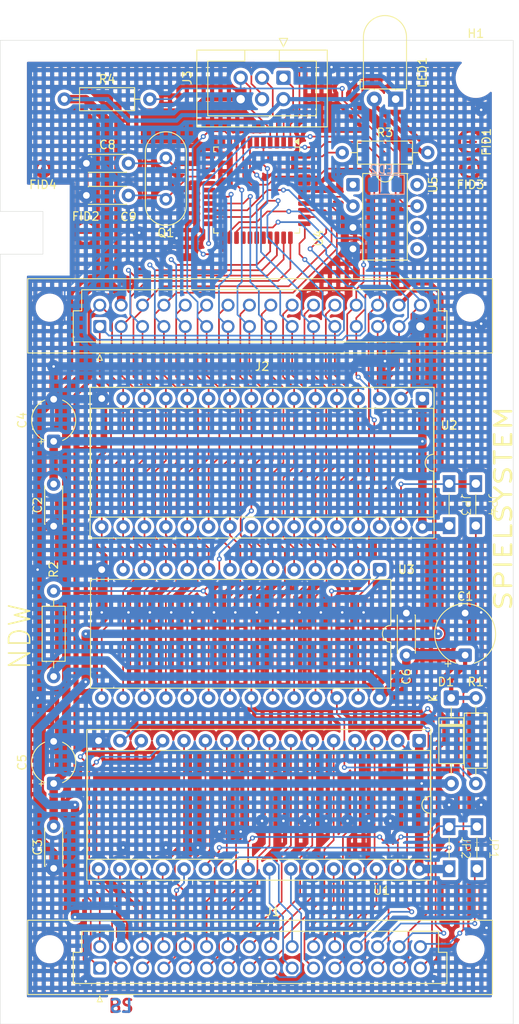
<source format=kicad_pcb>
(kicad_pcb (version 20241229) (generator "pcbnew") (generator_version "9.0")
  (layers (0 "F.Cu" signal) (2 "B.Cu" signal) (13 "F.Paste" user) (15 "B.Paste" user) (5 "F.SilkS" user "F.Silkscreen") (7 "B.SilkS" user "B.Silkscreen") (1 "F.Mask" user) (3 "B.Mask" user) (25 "Edge.Cuts" user))
  (net 0 "")
  (net 1 "SND_CE")
  (net 2 "PRG_OE")
  (net 3 "SND_OE")
  (net 14 "RESET")
  (net 15 "VDD")
  (net 17 "NVRAM_W")
  (net 20 "NVRAM_E1")
  (net 23 "/NVRAM_E2")
  (net 26 "GND")
  (net 27 "Net-(J3-SCK)")
  (net 28 "Net-(J3-MOSI)")
  (net 29 "Net-(J3-MISO)")
  (net 30 "PRG_A4")
  (net 31 "PRG_A6")
  (net 32 "PRG_A16")
  (net 33 "PRG_A0")
  (net 34 "PRG_A1")
  (net 35 "PRG_A5")
  (net 36 "PRG_A15")
  (net 37 "PRG_A3")
  (net 38 "PRG_A12")
  (net 39 "PRG_A7")
  (net 40 "PRG_A14")
  (net 41 "PRG_A2")
  (net 42 "PRG_A10")
  (net 43 "PRG_A17")
  (net 44 "PRG_A9")
  (net 45 "PRG_A18")
  (net 46 "PRG_A13")
  (net 47 "PRG_A8")
  (net 48 "PRG_A11")
  (net 49 "VCC")
  (net 50 "PRG_D1")
  (net 51 "PRG_D3")
  (net 52 "PRG_D2")
  (net 53 "PRG_D7")
  (net 54 "PRG_D5")
  (net 55 "PRG_D6")
  (net 56 "PRG_D0")
  (net 57 "PRG_D4")
  (net 58 "Net-(J1-Pin_b2)")
  (net 59 "Net-(LED1-A)")
  (net 60 "SND_A11")
  (net 61 "SND_A10")
  (net 62 "SND_A9")
  (net 63 "SND_A1")
  (net 64 "SND_A0")
  (net 65 "SND_A16")
  (net 66 "SND_A14")
  (net 67 "SND_A2")
  (net 68 "SND_A4")
  (net 69 "SND_A7")
  (net 70 "SND_A8")
  (net 71 "SND_A13")
  (net 72 "SND_A18")
  (net 73 "SND_A17")
  (net 74 "SND_A5")
  (net 75 "SND_A3")
  (net 76 "SND_A15")
  (net 77 "SND_A6")
  (net 78 "SND_A12")
  (net 79 "SND_D6")
  (net 80 "SND_D3")
  (net 81 "SND_D4")
  (net 82 "SND_D2")
  (net 83 "SND_D0")
  (net 84 "SND_D5")
  (net 85 "SND_D1")
  (net 86 "SND_D7")
  (net 87 "Net-(U4-PB4)")
  (net 88 "Net-(U4-XTAL2)")
  (net 89 "Net-(U4-XTAL1)")
  (net 90 "Net-(JP1-A)")
  (net 91 "Net-(JP3-A)")
  (net 92 "PRG_CE")
  (footprint "Capacitor_THT:CP_Radial_Tantal_D5.0mm_P5.00mm" (layer "F.Cu") (at 20.955 102.87 90)
    (property "Reference" "C5")
    (property "Value" "C_Polarized")
  )
  (footprint "LED_THT:LED_D5.0mm_Horizontal_O1.27mm_Z3.0mm" (layer "F.Cu") (at 61.595 21.59 180)
    (property "Reference" "LED1")
    (property "Value" "LED")
  )
  (footprint "Capacitor_THT:CP_Radial_Tantal_D7.0mm_P5.00mm" (layer "F.Cu") (at 69.85 87.63 90)
    (property "Reference" "C1")
    (property "Value" "C_Polarized")
  )
  (footprint "Resistor_THT:R_Axial_DIN0207_L6.3mm_D2.5mm_P10.16mm_Horizontal" (layer "F.Cu") (at 20.955 90.17 90)
    (property "Reference" "R2")
    (property "Value" "22k")
  )
  (footprint "NSM:NSM_Jumper" (layer "F.Cu") (at 67.948 110.5 -90)
    (property "Reference" "JP2")
    (property "Value" "Sound_2MBit")
  )
  (footprint "Capacitor_THT:CP_Radial_Tantal_D5.0mm_P5.00mm" (layer "F.Cu") (at 20.955 62.23 90)
    (property "Reference" "C4")
    (property "Value" "C_Polarized")
  )
  (footprint "Connector_DIN:DIN41612_Q2_2x16_Male_Vertical_THT" (layer "F.Cu") (at 26.435 48.595 90)
    (property "Reference" "J2")
    (property "Value" "DIN41612_02x16_AB")
  )
  (footprint "NSM:NSM_Jumper" (layer "F.Cu") (at 67.945 69.75 -90)
    (property "Reference" "JP3")
    (property "Value" "Program_2MBit")
  )
  (footprint "NSM:NSM_Jumper" (layer "F.Cu") (at 71.25 110.5 -90)
    (property "Reference" "JP1")
    (property "Value" "Sound_4MBit")
  )
  (footprint "NSM:NSM_Jumper" (layer "F.Cu") (at 71.12 69.75 -90)
    (property "Reference" "JP4")
    (property "Value" "Program_4MBit")
  )
  (footprint "Connector_DIN:DIN41612_Q2_2x16_Male_Vertical_THT" (layer "F.Cu") (at 26.435 124.795 90)
    (property "Reference" "J1")
    (property "Value" "DIN41612_02x16_AB")
  )
  (footprint "Crystal:Crystal_HC18-U_Vertical" (layer "F.Cu") (at 34.29 33.475 90)
    (property "Reference" "Q1")
    (property "Value" "12.00J1")
  )
  (footprint "Fiducial:Fiducial_0.75mm_Mask1.5mm" (layer "F.Cu") (at 70.485 29.845)
    (property "Reference" "FID3")
    (property "Value" "Fiducial")
  )
  (footprint "Resistor_THT:R_Axial_DIN0207_L6.3mm_D2.5mm_P10.16mm_Horizontal" (layer "F.Cu") (at 55.245 27.94)
    (property "Reference" "R3")
    (property "Value" "470")
  )
  (footprint "Capacitor_THT:C_Disc_D4.3mm_W1.9mm_P5.00mm" (layer "F.Cu") (at 20.955 67.31 -90)
    (property "Reference" "C2")
    (property "Value" "223")
  )
  (footprint "Fiducial:Fiducial_0.5mm_Mask1mm" (layer "F.Cu") (at 19.685 29.845)
    (property "Reference" "FID4")
    (property "Value" "Fiducial")
  )
  (footprint "MountingHole:MountingHole_4.3mm_M4" (layer "F.Cu") (at 71.12 19.05)
    (property "Reference" "H1")
    (property "Value" "MountingHole")
  )
  (footprint "Package_DIP:DIP-8_W7.62mm" (layer "F.Cu") (at 56.52 31.75)
    (property "Reference" "U5")
    (property "Value" "MAX690CPA")
  )
  (footprint "Capacitor_THT:C_Disc_D4.3mm_W1.9mm_P5.00mm" (layer "F.Cu") (at 62.865 87.63 90)
    (property "Reference" "C6")
    (property "Value" "223")
  )
  (footprint "Package_QFP:TQFP-44_10x10mm_P0.8mm" (layer "F.Cu") (at 45.085 32.385 -90)
    (property "Reference" "U4")
    (property "Value" "ATmega8515-16A")
  )
  (footprint "Package_DIP:DIP-32_W15.24mm_Socket" (layer "F.Cu") (at 64.77 57.15 -90)
    (property "Reference" "U2")
    (property "Value" "W27E040")
  )
  (footprint "Resistor_THT:R_Axial_DIN0207_L6.3mm_D2.5mm_P10.16mm_Horizontal" (layer "F.Cu") (at 22.225 21.59)
    (property "Reference" "R4")
    (property "Value" "220k")
  )
  (footprint "Resistor_THT:R_Axial_DIN0207_L6.3mm_D2.5mm_P10.16mm_Horizontal" (layer "F.Cu") (at 71.12 92.71 -90)
    (property "Reference" "R1")
    (property "Value" "22k")
  )
  (footprint "Capacitor_THT:C_Disc_D4.3mm_W1.9mm_P5.00mm" (layer "F.Cu") (at 24.845 33.02)
    (property "Reference" "C9")
    (property "Value" "33")
  )
  (footprint "Fiducial:Fiducial_Cross_1.5mm_Mask2mm" (layer "F.Cu") (at 70.485 26.67 90)
    (property "Reference" "FID1")
    (property "Value" "Fiducial")
  )
  (footprint "Fiducial:Fiducial_Cross_1.5mm_Mask2mm" (layer "F.Cu") (at 24.765 37.465)
    (property "Reference" "FID2")
    (property "Value" "Fiducial")
  )
  (footprint "Package_DIP:DIP-28_W15.24mm" (layer "F.Cu") (at 59.69 77.47 -90)
    (property "Reference" "U3")
    (property "Value" "M48T18-100PC1")
  )
  (footprint "Capacitor_THT:C_Disc_D4.3mm_W1.9mm_P5.00mm" (layer "F.Cu") (at 24.845 29.21)
    (property "Reference" "C8")
    (property "Value" "33")
  )
  (footprint "Package_DIP:DIP-32_W15.24mm_Socket" (layer "F.Cu") (at 64.389 97.79 -90)
    (property "Reference" "U1")
    (property "Value" "W27E040")
  )
  (footprint "Connector_IDC:IDC-Header_2x03_P2.54mm_Vertical" (layer "F.Cu") (at 48.26 19.05 -90)
    (property "Reference" "J3")
    (property "Value" "AVR-ISP-6")
  )
  (footprint "Diode_THT:D_A-405_P10.16mm_Horizontal" (layer "F.Cu") (at 68.199 92.71 -90)
    (property "Reference" "D1")
    (property "Value" "BAT85")
  )
  (footprint "Capacitor_THT:C_Disc_D4.3mm_W1.9mm_P5.00mm" (layer "F.Cu") (at 20.955 107.95 -90)
    (property "Reference" "C3")
    (property "Value" "223")
  )
  (footprint "LED_SMD:LED_1206_3216Metric" (layer "B.Cu") (at 60.325 31.75 180)
    (property "Reference" "LED2")
    (property "Value" "LED")
  )
  (gr_rect (start 31.369 22.733) (end 37.465 26.797) (stroke (width 0.1)) (fill yes) (layers "F.Cu" "F.Mask") (net 26))
  (gr_poly (pts (xy 14.605 14.605) (xy 75.565 14.605) (xy 75.565 131.445) (xy 14.605 131.445) (xy 14.605 40.005) (xy 19.685 40.005) (xy 19.685 34.925) (xy 14.605 34.925)) (stroke (width 0.05)) (fill no) (layer "Edge.Cuts"))
  (gr_text "BS" (at 27.305 130.175 0) (layer "F.Cu") (effects (font (size 1.5 1.5) (thickness 0.3) (bold yes)) (justify left bottom)))
  (gr_text "LS" (at 30.48 130.175 0) (layer "B.Cu") (effects (font (size 1.5 1.5) (thickness 0.3) (bold yes)) (justify left bottom mirror)))
  (gr_text "SPIELSYSTEM" (at 75.565 82.55 90) (layer "F.SilkS") (effects (font (size 2 2.5) (thickness 0.3)) (justify left bottom)))
  (gr_text "NDW" (at 18.415 89.535 90) (layer "F.SilkS") (effects (font (size 2.5 2.5) (thickness 0.2)) (justify left bottom)))
  (segment (start 38.989 112.5855) (end 40.64 110.9345) (width 0.2) (layer "F.Cu") (net 1))
  (segment (start 67.31 120.65) (end 66.344 119.684) (width 0.2) (layer "F.Cu") (net 1))
  (segment (start 66.344 119.684) (end 66.344 112.091) (width 0.2) (layer "F.Cu") (net 1))
  (segment (start 40.64 110.9345) (end 40.64 110.49) (width 0.2) (layer "F.Cu") (net 1))
  (segment (start 66.344 112.091) (end 67.945 110.49) (width 0.2) (layer "F.Cu") (net 1))
  (via (at 67.31 120.65) (size 0.6) (drill 0.3) (layers "F.Cu" "B.Cu") (net 1))
  (via (at 40.64 110.49) (size 0.6) (drill 0.3) (layers "F.Cu" "B.Cu") (net 1))
  (via (at 67.945 110.49) (size 0.6) (drill 0.3) (layers "F.Cu" "B.Cu") (net 1))
  (segment (start 67.945 110.49) (end 40.64 110.49) (width 0.2) (layer "B.Cu") (net 1))
  (segment (start 61.995 122.255) (end 63.6 120.65) (width 0.2) (layer "B.Cu") (net 1))
  (segment (start 63.6 120.65) (end 67.31 120.65) (width 0.2) (layer "B.Cu") (net 1))
  (segment (start 44.45 80.645) (end 45.686 79.409) (width 0.2) (layer "F.Cu") (net 2))
  (segment (start 44.45 73.66) (end 44.45 72.39) (width 0.2) (layer "F.Cu") (net 2))
  (segment (start 64.535 124.795) (end 65.913 123.417) (width 0.2) (layer "F.Cu") (net 2))
  (segment (start 65.913 123.417) (end 65.913 98.425) (width 0.2) (layer "F.Cu") (net 2))
  (segment (start 65.913 98.425) (end 66.675 97.663) (width 0.2) (layer "F.Cu") (net 2))
  (segment (start 66.675 97.663) (end 66.675 95.25) (width 0.2) (layer "F.Cu") (net 2))
  (segment (start 44.45 92.71) (end 44.45 80.645) (width 0.2) (layer "F.Cu") (net 2))
  (segment (start 45.686 79.409) (end 45.686 74.896) (width 0.2) (layer "F.Cu") (net 2))
  (segment (start 45.686 74.896) (end 44.45 73.66) (width 0.2) (layer "F.Cu") (net 2))
  (segment (start 66.675 95.25) (end 65.405 93.98) (width 0.2) (layer "F.Cu") (net 2))
  (via (at 65.405 93.98) (size 0.6) (drill 0.3) (layers "F.Cu" "B.Cu") (net 2))
  (segment (start 44.45 92.71) (end 44.45 93.98) (width 0.2) (layer "B.Cu") (net 2))
  (segment (start 45.085 94.615) (end 64.77 94.615) (width 0.2) (layer "B.Cu") (net 2))
  (segment (start 44.45 93.98) (end 45.085 94.615) (width 0.2) (layer "B.Cu") (net 2))
  (segment (start 64.77 94.615) (end 65.405 93.98) (width 0.2) (layer "B.Cu") (net 2))
  (segment (start 60.748 110.278) (end 60.748 123.502) (width 0.2) (layer "F.Cu") (net 3))
  (segment (start 44.069 109.855) (end 44.577 109.347) (width 0.2) (layer "F.Cu") (net 3))
  (segment (start 44.069 113.03) (end 44.069 109.855) (width 0.2) (layer "F.Cu") (net 3))
  (segment (start 59.69 109.22) (end 60.748 110.278) (width 0.2) (layer "F.Cu") (net 3))
  (segment (start 60.748 123.502) (end 59.455 124.795) (width 0.2) (layer "F.Cu") (net 3))
  (via (at 59.69 109.22) (size 0.6) (drill 0.3) (layers "F.Cu" "B.Cu") (net 3))
  (via (at 44.577 109.347) (size 0.6) (drill 0.3) (layers "F.Cu" "B.Cu") (net 3))
  (segment (start 44.704 109.22) (end 44.577 109.347) (width 0.2) (layer "B.Cu") (net 3))
  (segment (start 59.69 109.22) (end 44.704 109.22) (width 0.2) (layer "B.Cu") (net 3))
  (segment (start 46.685 25.095) (end 44.331 22.741) (width 0.2) (layer "F.Cu") (net 14))
  (segment (start 46.685 26.7225) (end 46.685 25.095) (width 0.2) (layer "F.Cu") (net 14))
  (segment (start 44.331 20.201) (end 43.18 19.05) (width 0.2) (layer "F.Cu") (net 14))
  (segment (start 61.595 27.94) (end 61.595 33.02) (width 0.2) (layer "F.Cu") (net 14))
  (segment (start 62.865 34.29) (end 64.14 34.29) (width 0.2) (layer "F.Cu") (net 14))
  (segment (start 55.245 21.59) (end 61.595 27.94) (width 0.2) (layer "F.Cu") (net 14))
  (segment (start 61.595 33.02) (end 62.865 34.29) (width 0.2) (layer "F.Cu") (net 14))
  (segment (start 55.245 20.32) (end 55.245 21.59) (width 0.2) (layer "F.Cu") (net 14))
  (segment (start 44.331 22.741) (end 44.331 20.201) (width 0.2) (layer "F.Cu") (net 14))
  (via (at 55.245 20.32) (size 0.6) (drill 0.3) (layers "F.Cu" "B.Cu") (net 14))
  (segment (start 34.925 21.59) (end 36.195 20.32) (width 0.2) (layer "B.Cu") (net 14))
  (segment (start 43.18 20.32) (end 55.245 20.32) (width 0.2) (layer "B.Cu") (net 14))
  (segment (start 36.195 20.32) (end 43.18 20.32) (width 0.2) (layer "B.Cu") (net 14))
  (segment (start 43.18 19.05) (end 43.18 20.32) (width 0.2) (layer "B.Cu") (net 14))
  (segment (start 32.385 21.59) (end 34.925 21.59) (width 0.2) (layer "B.Cu") (net 14))
  (segment (start 62.865 89.535) (end 59.69 92.71) (width 1) (layer "F.Cu") (net 15))
  (segment (start 62.865 87.63) (end 62.865 89.535) (width 1) (layer "F.Cu") (net 15))
  (segment (start 68.199 92.71) (end 68.199 90.551) (width 0.5) (layer "F.Cu") (net 15))
  (segment (start 68.199 90.551) (end 69.85 88.9) (width 0.5) (layer "F.Cu") (net 15))
  (segment (start 69.85 88.9) (end 69.85 87.63) (width 0.5) (layer "F.Cu") (net 15))
  (segment (start 58.42 90.17) (end 29.21 90.17) (width 1) (layer "B.Cu") (net 15))
  (segment (start 29.21 90.17) (end 27.305 88.265) (width 1) (layer "B.Cu") (net 15))
  (segment (start 22.225 88.265) (end 20.955 89.535) (width 1) (layer "B.Cu") (net 15))
  (segment (start 68.199 92.71) (end 71.12 92.71) (width 0.5) (layer "B.Cu") (net 15))
  (segment (start 59.69 91.44) (end 58.42 90.17) (width 1) (layer "B.Cu") (net 15))
  (segment (start 20.955 89.535) (end 20.955 90.17) (width 1) (layer "B.Cu") (net 15))
  (segment (start 62.865 87.63) (end 69.85 87.63) (width 1) (layer "B.Cu") (net 15))
  (segment (start 59.69 92.71) (end 59.69 91.44) (width 1) (layer "B.Cu") (net 15))
  (segment (start 27.305 88.265) (end 22.225 88.265) (width 1) (layer "B.Cu") (net 15))
  (segment (start 43.485 30.785) (end 44.45 31.75) (width 0.2) (layer "F.Cu") (net 17))
  (segment (start 57.991 46.500694) (end 56.915 47.576694) (width 0.2) (layer "F.Cu") (net 17))
  (segment (start 59.055 67.31) (end 58.42 67.945) (width 0.2) (layer "F.Cu") (net 17))
  (segment (start 58.42 67.945) (end 58.42 79.375) (width 0.2) (layer "F.Cu") (net 17))
  (segment (start 44.45 31.75) (end 46.430001 31.75) (width 0.2) (layer "F.Cu") (net 17))
  (segment (start 57.15 80.645) (end 57.15 92.71) (width 0.2) (layer "F.Cu") (net 17))
  (segment (start 56.915 48.595) (end 56.915 54.375) (width 0.2) (layer "F.Cu") (net 17))
  (segment (start 47.395001 30.785) (end 50.7475 30.785) (width 0.2) (layer "F.Cu") (net 17))
  (segment (start 59.055 30.48) (end 59.055 43.815) (width 0.2) (layer "F.Cu") (net 17))
  (segment (start 46.430001 31.75) (end 47.395001 30.785) (width 0.2) (layer "F.Cu") (net 17))
  (segment (start 43.485 26.7225) (end 43.485 30.785) (width 0.2) (layer "F.Cu") (net 17))
  (segment (start 50.7475 30.785) (end 52.4 30.785) (width 0.2) (layer "F.Cu") (net 17))
  (segment (start 53.34 29.845) (end 58.42 29.845) (width 0.2) (layer "F.Cu") (net 17))
  (segment (start 59.055 59.69) (end 59.055 67.31) (width 0.2) (layer "F.Cu") (net 17))
  (segment (start 56.915 54.375) (end 57.15 54.61) (width 0.2) (layer "F.Cu") (net 17))
  (segment (start 58.42 29.845) (end 59.055 30.48) (width 0.2) (layer "F.Cu") (net 17))
  (segment (start 58.42 79.375) (end 57.15 80.645) (width 0.2) (layer "F.Cu") (net 17))
  (segment (start 52.4 30.785) (end 53.34 29.845) (width 0.2) (layer "F.Cu") (net 17))
  (segment (start 59.055 43.815) (end 57.991 44.879) (width 0.2) (layer "F.Cu") (net 17))
  (segment (start 56.915 47.576694) (end 56.915 48.595) (width 0.2) (layer "F.Cu") (net 17))
  (segment (start 57.991 44.879) (end 57.991 46.500694) (width 0.2) (layer "F.Cu") (net 17))
  (via (at 57.15 54.61) (size 0.6) (drill 0.3) (layers "F.Cu" "B.Cu") (net 17))
  (via (at 59.055 59.69) (size 0.6) (drill 0.3) (layers "F.Cu" "B.Cu") (net 17))
  (segment (start 58.589 56.049) (end 58.589 59.224) (width 0.2) (layer "B.Cu") (net 17))
  (segment (start 58.589 59.224) (end 59.055 59.69) (width 0.2) (layer "B.Cu") (net 17))
  (segment (start 57.15 54.61) (end 58.589 56.049) (width 0.2) (layer "B.Cu") (net 17))
  (segment (start 45.72 64.135) (end 44.45 65.405) (width 0.2) (layer "F.Cu") (net 20))
  (segment (start 44.45 65.405) (end 44.45 70.485) (width 0.2) (layer "F.Cu") (net 20))
  (segment (start 44.215 54.375) (end 45.72 55.88) (width 0.2) (layer "F.Cu") (net 20))
  (segment (start 42.685 26.7225) (end 42.685 31.763) (width 0.2) (layer "F.Cu") (net 20))
  (segment (start 45.72 55.88) (end 45.72 64.135) (width 0.2) (layer "F.Cu") (net 20))
  (segment (start 39.37 80.645) (end 38.735 80.01) (width 0.2) (layer "F.Cu") (net 20))
  (segment (start 38.735 80.01) (end 40.64 78.105) (width 0.2) (layer "F.Cu") (net 20))
  (segment (start 44.215 48.595) (end 44.215 54.375) (width 0.2) (layer "F.Cu") (net 20))
  (segment (start 39.37 92.71) (end 39.37 80.645) (width 0.2) (layer "F.Cu") (net 20))
  (segment (start 40.64 78.105) (end 40.64 76.2) (width 0.2) (layer "F.Cu") (net 20))
  (segment (start 42.685 31.763) (end 43.307 32.385) (width 0.2) (layer "F.Cu") (net 20))
  (via (at 38.735 80.01) (size 0.6) (drill 0.3) (layers "F.Cu" "B.Cu") (net 20))
  (via (at 40.64 76.2) (size 0.6) (drill 0.3) (layers "F.Cu" "B.Cu") (net 20))
  (via (at 44.45 70.485) (size 0.6) (drill 0.3) (layers "F.Cu" "B.Cu") (net 20))
  (via (at 43.307 32.385) (size 0.6) (drill 0.3) (layers "F.Cu" "B.Cu") (net 20))
  (segment (start 43.349 72.856) (end 43.349 71.586) (width 0.2) (layer "B.Cu") (net 20))
  (segment (start 43.307 43.307) (end 43.307 32.385) (width 0.2) (layer "B.Cu") (net 20))
  (segment (start 40.64 75.565) (end 43.349 72.856) (width 0.2) (layer "B.Cu") (net 20))
  (segment (start 42.799 47.179) (end 42.799 43.815) (width 0.2) (layer "B.Cu") (net 20))
  (segment (start 44.215 48.595) (end 42.799 47.179) (width 0.2) (layer "B.Cu") (net 20))
  (segment (start 42.799 43.815) (end 43.307 43.307) (width 0.2) (layer "B.Cu") (net 20))
  (segment (start 43.349 71.586) (end 44.45 70.485) (width 0.2) (layer "B.Cu") (net 20))
  (segment (start 20.955 80.01) (end 38.735 80.01) (width 0.2) (layer "B.Cu") (net 20))
  (segment (start 40.64 76.2) (end 40.64 75.565) (width 0.2) (layer "B.Cu") (net 20))
  (segment (start 55.499 95.504) (end 54.61 94.615) (width 0.2) (layer "F.Cu") (net 23))
  (segment (start 54.61 92.71) (end 54.61 94.615) (width 0.2) (layer "F.Cu") (net 23))
  (segment (start 53.975 92.075) (end 53.975 80.01) (width 0.2) (layer "F.Cu") (net 23))
  (segment (start 55.499 100.965) (end 55.499 95.504) (width 0.2) (layer "F.Cu") (net 23))
  (segment (start 54.61 92.71) (end 53.975 92.075) (width 0.2) (layer "F.Cu") (net 23))
  (via (at 55.499 100.965) (size 0.6) (drill 0.3) (layers "F.Cu" "B.Cu") (net 23))
  (via (at 53.975 80.01) (size 0.6) (drill 0.3) (layers "F.Cu" "B.Cu") (net 23))
  (segment (start 57.785 80.01) (end 59.69 78.105) (width 0.2) (layer "B.Cu") (net 23))
  (segment (start 55.499 100.965) (end 69.215 100.965) (width 0.2) (layer "B.Cu") (net 23))
  (segment (start 69.215 100.965) (end 71.12 102.87) (width 0.2) (layer "B.Cu") (net 23))
  (segment (start 53.975 80.01) (end 57.785 80.01) (width 0.2) (layer "B.Cu") (net 23))
  (segment (start 38.265 31.585) (end 37.465 32.385) (width 0.2) (layer "F.Cu") (net 26))
  (segment (start 20.955 57.23) (end 19.05 59.135) (width 1) (layer "F.Cu") (net 26))
  (segment (start 26.67 77.47) (end 26.67 82.55) (width 1) (layer "F.Cu") (net 26))
  (segment (start 38.735 21.59) (end 35.56 24.765) (width 0.5) (layer "F.Cu") (net 26))
  (segment (start 37.465 32.385) (end 37.465 36.195) (width 0.2) (layer "F.Cu") (net 26))
  (segment (start 38.735 21.59) (end 43.18 21.59) (width 0.5) (layer "F.Cu") (net 26))
  (segment (start 20.955 111.125) (end 20.955 112.95) (width 1) (layer "F.Cu") (net 26))
  (segment (start 19.05 59.135) (end 19.05 72.263) (width 1) (layer "F.Cu") (net 26))
  (segment (start 19.05 72.263) (end 19.05 109.22) (width 1) (layer "F.Cu") (net 26))
  (segment (start 24.845 29.21) (end 24.845 33.02) (width 0.5) (layer "F.Cu") (net 26))
  (segment (start 37.465 36.195) (end 35.56 38.1) (width 0.2) (layer "F.Cu") (net 26))
  (segment (start 19.05 109.22) (end 20.955 111.125) (width 1) (layer "F.Cu") (net 26))
  (segment (start 19.05 72.263) (end 19.097 72.31) (width 1) (layer "F.Cu") (net 26))
  (segment (start 39.4225 31.585) (end 38.265 31.585) (width 0.2) (layer "F.Cu") (net 26))
  (segment (start 20.955 57.23) (end 20.955 53.34) (width 1) (layer "F.Cu") (net 26))
  (segment (start 19.097 72.31) (end 20.955 72.31) (width 1) (layer "F.Cu") (net 26))
  (via (at 71.755 22.86) (size 0.6) (drill 0.3) (layers "F.Cu" "B.Cu") (net 26))
  (via (at 34.29 110.49) (size 0.6) (drill 0.3) (layers "F.Cu" "B.Cu") (net 26))
  (via (at 19.05 92.71) (size 0.6) (drill 0.3) (layers "F.Cu" "B.Cu") (net 26))
  (via (at 55.245 82.55) (size 0.6) (drill 0.3) (layers "F.Cu" "B.Cu") (net 26))
  (via (at 48.26 107.315) (size 0.6) (drill 0.3) (layers "F.Cu" "B.Cu") (net 26))
  (via (at 24.765 126.365) (size 0.6) (drill 0.3) (layers "F.Cu" "B.Cu") (net 26))
  (via (at 57.785 82.55) (size 0.6) (drill 0.3) (layers "F.Cu" "B.Cu") (net 26))
  (via (at 52.705 82.55) (size 0.6) (drill 0.3) (layers "F.Cu" "B.Cu") (net 26))
  (via (at 31.115 37.465) (size 0.6) (drill 0.3) (layers "F.Cu" "B.Cu") (net 26))
  (via (at 37.465 82.55) (size 0.6) (drill 0.3) (layers "F.Cu" "B.Cu") (net 26))
  (via (at 26.67 82.55) (size 0.6) (drill 0.3) (layers "F.Cu" "B.Cu") (net 26))
  (via (at 19.05 77.47) (size 0.6) (drill 0.3) (layers "F.Cu" "B.Cu") (net 26))
  (via (at 72.39 120.015) (size 0.6) (drill 0.3) (layers "F.Cu" "B.Cu") (net 26))
  (via (at 43.18 108.585) (size 0.6) (drill 0.3) (layers "F.Cu" "B.Cu") (net 26))
  (via (at 38.1 110.49) (size 0.6) (drill 0.3) (layers "F.Cu" "B.Cu") (net 26))
  (via (at 20.955 53.34) (size 0.6) (drill 0.3) (layers "F.Cu" "B.Cu") (net 26))
  (via (at 53.975 17.78) (size 0.6) (drill 0.3) (layers "F.Cu" "B.Cu") (net 26))
  (via (at 53.34 107.315) (size 0.6) (drill 0.3) (layers "F.Cu" "B.Cu") (net 26))
  (via (at 71.755 48.26) (size 0.6) (drill 0.3) (layers "F.Cu" "B.Cu") (net 26))
  (via (at 60.96 107.315) (size 0.6) (drill 0.3) (layers "F.Cu" "B.Cu") (net 26))
  (via (at 40.005 82.55) (size 0.6) (drill 0.3) (layers "F.Cu" "B.Cu") (net 26))
  (via (at 47.625 82.55) (size 0.6) (drill 0.3) (layers "F.Cu" "B.Cu") (net 26))
  (via (at 45.085 82.55) (size 0.6) (drill 0.3) (layers "F.Cu" "B.Cu") (net 26))
  (via (at 71.755 82.55) (size 0.6) (drill 0.3) (layers "F.Cu" "B.Cu") (net 26))
  (via (at 50.8 107.315) (size 0.6) (drill 0.3) (layers "F.Cu" "B.Cu") (net 26))
  (via (at 29.845 82.55) (size 0.6) (drill 0.3) (layers "F.Cu" "B.Cu") (net 26))
  (via (at 60.325 52.705) (size 0.6) (drill 0.3) (layers "F.Cu" "B.Cu") (net 26))
  (via (at 67.945 105.41) (size 0.6) (drill 0.3) (layers "F.Cu" "B.Cu") (net 26))
  (via (at 50.165 82.55) (size 0.6) (drill 0.3) (layers "F.Cu" "B.Cu") (net 26))
  (via (at 42.545 82.55) (size 0.6) (drill 0.3) (layers "F.Cu" "B.Cu") (net 26))
  (via (at 58.42 107.315) (size 0.6) (drill 0.3) (layers "F.Cu" "B.Cu") (net 26))
  (via (at 34.925 82.55) (size 0.6) (drill 0.3) (layers "F.Cu" "B.Cu") (net 26))
  (via (at 66.04 126.365) (size 0.6) (drill 0.3) (layers "F.Cu" "B.Cu") (net 26))
  (via (at 45.72 107.315) (size 0.6) (drill 0.3) (layers "F.Cu" "B.Cu") (net 26))
  (via (at 55.88 107.315) (size 0.6) (drill 0.3) (layers "F.Cu" "B.Cu") (net 26))
  (via (at 45.72 126.365) (size 0.6) (drill 0.3) (layers "F.Cu" "B.Cu") (net 26))
  (via (at 40.64 108.585) (size 0.6) (drill 0.3) (layers "F.Cu" "B.Cu") (net 26))
  (via (at 29.21 110.49) (size 0.6) (drill 0.3) (layers "F.Cu" "B.Cu") (net 26))
  (via (at 71.755 105.41) (size 0.6) (drill 0.3) (layers "F.Cu" "B.Cu") (net 26))
  (via (at 32.385 82.55) (size 0.6) (drill 0.3) (layers "F.Cu" "B.Cu") (net 26))
  (via (at 35.56 38.1) (size 0.6) (drill 0.3) (layers "F.Cu" "B.Cu") (net 26))
  (segment (start 22.305 112.95) (end 24.765 110.49) (width 0.2) (layer "B.Cu") (net 26))
  (segment (start 34.925 31.115) (end 36.195 32.385) (width 0.5) (layer "B.Cu") (net 26))
  (segment (start 64.535 49.13) (end 62.865 50.8) (width 1) (layer "B.Cu") (net 26))
  (segment (start 26.289 97.79) (end 21.035 97.79) (width 1) (layer "B.Cu") (net 26))
  (segment (start 23.495 49.53) (end 25.4 51.435) (width 0.5) (layer "B.Cu") (net 26))
  (segment (start 31.115 37.465) (end 29.21 37.465) (width 0.2) (layer "B.Cu") (net 26))
  (segment (start 69.77 82.55) (end 26.67 82.55) (width 1) (layer "B.Cu") (net 26))
  (segment (start 20.955 49.53) (end 20.955 53.34) (width 0.2) (layer "B.Cu") (net 26))
  (segment (start 20.955 112.95) (end 22.305 112.95) (width 0.2) (layer "B.Cu") (net 26))
  (segment (start 35.56 36.195) (end 35.56 38.1) (width 0.5) (layer "B.Cu") (net 26))
  (segment (start 29.21 37.465) (end 22.261 44.414) (width 0.2) (layer "B.Cu") (net 26))
  (segment (start 64.535 48.595) (end 64.535 49.13) (width 1) (layer "B.Cu") (net 26))
  (segment (start 28.575 31.115) (end 34.925 31.115) (width 0.5) (layer "B.Cu") (net 26))
  (segment (start 36.195 35.56) (end 35.56 36.195) (width 0.5) (layer "B.Cu") (net 26))
  (segment (start 62.865 50.8) (end 60.96 52.705) (width 1) (layer "B.Cu") (net 26))
  (segment (start 26.67 77.47) (end 19.05 77.47) (width 1) (layer "B.Cu") (net 26))
  (segment (start 60.96 52.705) (end 60.325 52.705) (width 1) (layer "B.Cu") (net 26))
  (segment (start 56.515 53.34) (end 20.955 53.34) (width 1) (layer "B.Cu") (net 26))
  (segment (start 57.15 52.705) (end 56.515 53.34) (width 1) (layer "B.Cu") (net 26))
  (segment (start 26.67 29.21) (end 28.575 31.115) (width 0.5) (layer "B.Cu") (net 26))
  (segment (start 22.261 44.414) (end 22.261 48.224) (width 0.2) (layer "B.Cu") (net 26))
  (segment (start 60.325 52.705) (end 57.15 52.705) (width 1) (layer "B.Cu") (net 26))
  (segment (start 55.88 50.8) (end 62.865 50.8) (width 0.5) (layer "B.Cu") (net 26))
  (segment (start 55.245 51.435) (end 55.88 50.8) (width 0.5) (layer "B.Cu") (net 26))
  (segment (start 24.845 29.21) (end 26.67 29.21) (width 0.5) (layer "B.Cu") (net 26))
  (segment (start 29.21 40.005) (end 23.495 45.72) (width 0.5) (layer "B.Cu") (net 26))
  (segment (start 36.195 32.385) (end 36.195 35.56) (width 0.5) (layer "B.Cu") (net 26))
  (segment (start 25.4 51.435) (end 55.245 51.435) (width 0.5) (layer "B.Cu") (net 26))
  (segment (start 22.261 48.224) (end 20.955 49.53) (width 0.2) (layer "B.Cu") (net 26))
  (segment (start 23.495 45.72) (end 23.495 49.53) (width 0.5) (layer "B.Cu") (net 26))
  (segment (start 35.56 38.1) (end 33.655 40.005) (width 0.5) (layer "B.Cu") (net 26))
  (segment (start 33.655 40.005) (end 29.21 40.005) (width 0.5) (layer "B.Cu") (net 26))
  (segment (start 20.955 57.23) (end 26.59 57.23) (width 1) (layer "B.Cu") (net 26))
  (segment (start 46.99 23.495) (end 46.99 20.32) (width 0.2) (layer "F.Cu") (net 27))
  (segment (start 47.485 23.99) (end 46.99 23.495) (width 0.2) (layer "F.Cu") (net 27))
  (segment (start 46.99 20.32) (end 45.72 19.05) (width 0.2) (layer "F.Cu") (net 27))
  (segment (start 47.485 26.7225) (end 47.485 23.99) (width 0.2) (layer "F.Cu") (net 27))
  (segment (start 44.45 18.415) (end 44.45 19.7529) (width 0.2) (layer "F.Cu") (net 28))
  (segment (start 49.085 24.575) (end 50.165 23.495) (width 0.2) (layer "F.Cu") (net 28))
  (segment (start 49.53 17.78) (end 45.085 17.78) (width 0.2) (layer "F.Cu") (net 28))
  (segment (start 50.165 23.495) (end 50.165 18.415) (width 0.2) (layer "F.Cu") (net 28))
  (segment (start 45.085 17.78) (end 44.45 18.415) (width 0.2) (layer "F.Cu") (net 28))
  (segment (start 49.085 26.7225) (end 49.085 24.575) (width 0.2) (layer "F.Cu") (net 28))
  (segment (start 44.45 19.7529) (end 45.72 21.0229) (width 0.2) (layer "F.Cu") (net 28))
  (segment (start 50.165 18.415) (end 49.53 17.78) (width 0.2) (layer "F.Cu") (net 28))
  (segment (start 48.285 26.7225) (end 48.285 24.105) (width 0.2) (layer "F.Cu") (net 29))
  (segment (start 49.411 22.979) (end 49.411 20.201) (width 0.2) (layer "F.Cu") (net 29))
  (segment (start 48.285 24.105) (end 49.411 22.979) (width 0.2) (layer "F.Cu") (net 29))
  (segment (start 49.411 20.201) (end 48.26 19.05) (width 0.2) (layer "F.Cu") (net 29))
  (segment (start 45.679 47.131) (end 46.755 46.055) (width 0.2) (layer "F.Cu") (net 30))
  (segment (start 45.72 65.786) (end 46.99 64.516) (width 0.2) (layer "F.Cu") (net 30))
  (segment (start 46.99 55.88) (end 45.679 54.569) (width 0.2) (layer "F.Cu") (net 30))
  (segment (start 46.99 74.93) (end 45.72 73.66) (width 0.2) (layer "F.Cu") (net 30))
  (segment (start 45.72 73.66) (end 45.72 65.786) (width 0.2) (layer "F.Cu") (net 30))
  (segment (start 46.99 64.516) (end 46.99 57.15) (width 0.2) (layer "F.Cu") (net 30))
  (segment (start 46.99 57.15) (end 46.99 55.88) (width 0.2) (layer "F.Cu") (net 30))
  (segment (start 46.99 77.47) (end 46.99 74.93) (width 0.2) (layer "F.Cu") (net 30))
  (segment (start 45.679 54.569) (end 45.679 47.131) (width 0.2) (layer "F.Cu") (net 30))
  (segment (start 52.07 55.88) (end 50.759 54.569) (width 0.2) (layer "F.Cu") (net 31))
  (segment (start 50.8 73.914) (end 50.8 66.675) (width 0.2) (layer "F.Cu") (net 31))
  (segment (start 52.07 77.47) (end 52.07 75.184) (width 0.2) (layer "F.Cu") (net 31))
  (segment (start 50.759 54.569) (end 50.759 47.131) (width 0.2) (layer "F.Cu") (net 31))
  (segment (start 50.8 66.675) (end 52.07 65.405) (width 0.2) (layer "F.Cu") (net 31))
  (segment (start 52.07 57.15) (end 52.07 55.88) (width 0.2) (layer "F.Cu") (net 31))
  (segment (start 52.07 65.405) (end 52.07 57.15) (width 0.2) (layer "F.Cu") (net 31))
  (segment (start 50.759 47.131) (end 51.835 46.055) (width 0.2) (layer "F.Cu") (net 31))
  (segment (start 52.07 75.184) (end 50.8 73.914) (width 0.2) (layer "F.Cu") (net 31))
  (segment (start 64.535 46.055) (end 63.459 47.131) (width 0.2) (layer "F.Cu") (net 32))
  (segment (start 43.000001 36.195) (end 41.885 37.310001) (width 0.2) (layer "F.Cu") (net 32))
  (segment (start 63.459 47.131) (end 63.459 55.921) (width 0.2) (layer "F.Cu") (net 32))
  (segment (start 63.459 55.921) (end 62.23 57.15) (width 0.2) (layer "F.Cu") (net 32))
  (segment (start 45.085 36.195) (end 43.000001 36.195) (width 0.2) (layer "F.Cu") (net 32))
  (segment (start 48.895 34.925) (end 46.355 34.925) (width 0.2) (layer "F.Cu") (net 32))
  (segment (start 46.355 34.925) (end 45.085 36.195) (width 0.2) (layer "F.Cu") (net 32))
  (segment (start 41.885 37.310001) (end 41.885 38.0475) (width 0.2) (layer "F.Cu") (net 32))
  (via (at 48.895 34.925) (size 0.6) (drill 0.3) (layers "F.Cu" "B.Cu") (net 32))
  (segment (start 64.535 45.485) (end 61.595 42.545) (width 0.2) (layer "B.Cu") (net 32))
  (segment (start 57.15 42.545) (end 54.61 40.005) (width 0.2) (layer "B.Cu") (net 32))
  (segment (start 57.15 42.545) (end 61.595 42.545) (width 0.2) (layer "B.Cu") (net 32))
  (segment (start 54.61 40.005) (end 54.61 39.37) (width 0.2) (layer "B.Cu") (net 32))
  (segment (start 54.61 39.37) (end 50.165 34.925) (width 0.2) (layer "B.Cu") (net 32))
  (segment (start 50.165 34.925) (end 48.895 34.925) (width 0.2) (layer "B.Cu") (net 32))
  (segment (start 35.519 54.569) (end 35.519 47.131) (width 0.2) (layer "F.Cu") (net 33))
  (segment (start 35.519 47.131) (end 36.595 46.055) (width 0.2) (layer "F.Cu") (net 33))
  (segment (start 36.83 77.47) (end 36.83 74.676) (width 0.2) (layer "F.Cu") (net 33))
  (segment (start 36.83 55.88) (end 35.519 54.569) (width 0.2) (layer "F.Cu") (net 33))
  (segment (start 36.83 74.676) (end 35.56 73.406) (width 0.2) (layer "F.Cu") (net 33))
  (segment (start 35.56 73.406) (end 35.56 66.04) (width 0.2) (layer "F.Cu") (net 33))
  (segment (start 36.83 57.15) (end 36.83 55.88) (width 0.2) (layer "F.Cu") (net 33))
  (segment (start 35.56 66.04) (end 36.83 64.77) (width 0.2) (layer "F.Cu") (net 33))
  (segment (start 36.83 64.77) (end 36.83 57.15) (width 0.2) (layer "F.Cu") (net 33))
  (segment (start 38.059 47.131) (end 39.135 46.055) (width 0.2) (layer "F.Cu") (net 34))
  (segment (start 38.059 54.569) (end 38.059 47.131) (width 0.2) (layer "F.Cu") (net 34))
  (segment (start 39.37 57.15) (end 39.37 55.88) (width 0.2) (layer "F.Cu") (net 34))
  (segment (start 39.37 55.88) (end 38.059 54.569) (width 0.2) (layer "F.Cu") (net 34))
  (segment (start 38.1 73.66) (end 39.37 74.93) (width 0.2) (layer "F.Cu") (net 34))
  (segment (start 39.37 57.15) (end 39.37 64.262) (width 0.2) (layer "F.Cu") (net 34))
  (segment (start 39.37 64.262) (end 38.1 65.532) (width 0.2) (layer "F.Cu") (net 34))
  (segment (start 39.37 74.93) (end 39.37 77.47) (width 0.2) (layer "F.Cu") (net 34))
  (segment (start 38.1 65.532) (end 38.1 73.66) (width 0.2) (layer "F.Cu") (net 34))
  (segment (start 49.53 77.47) (end 49.53 74.93) (width 0.2) (layer "F.Cu") (net 35))
  (segment (start 49.53 55.88) (end 48.219 54.569) (width 0.2) (layer "F.Cu") (net 35))
  (segment (start 49.53 65.278) (end 49.53 57.15) (width 0.2) (layer "F.Cu") (net 35))
  (segment (start 48.219 47.131) (end 49.295 46.055) (width 0.2) (layer "F.Cu") (net 35))
  (segment (start 48.26 73.66) (end 48.26 66.548) (width 0.2) (layer "F.Cu") (net 35))
  (segment (start 49.53 74.93) (end 48.26 73.66) (width 0.2) (layer "F.Cu") (net 35))
  (segment (start 49.53 57.15) (end 49.53 55.88) (width 0.2) (layer "F.Cu") (net 35))
  (segment (start 48.26 66.548) (end 49.53 65.278) (width 0.2) (layer "F.Cu") (net 35))
  (segment (start 48.219 54.569) (end 48.219 47.131) (width 0.2) (layer "F.Cu") (net 35))
  (segment (start 40.64 40.005) (end 38.735 40.005) (width 0.2) (layer "F.Cu") (net 36))
  (segment (start 60.579 28.194) (end 60.579 47.471) (width 0.2) (layer "F.Cu") (net 36))
  (segment (start 60.579 47.471) (end 59.455 48.595) (width 0.2) (layer "F.Cu") (net 36))
  (segment (start 59.455 56.28) (end 59.455 48.595) (width 0.2) (layer "F.Cu") (net 36))
  (segment (start 41.085 39.56) (end 40.64 40.005) (width 0.2) (layer "F.Cu") (net 36))
  (segment (start 59.69 56.515) (end 59.455 56.28) (width 0.2) (layer "F.Cu") (net 36))
  (segment (start 41.085 38.0475) (end 41.085 39.56) (width 0.2) (layer "F.Cu") (net 36))
  (segment (start 58.42 26.035) (end 60.579 28.194) (width 0.2) (layer "F.Cu") (net 36))
  (segment (start 51.435 26.035) (end 58.42 26.035) (width 0.2) (layer "F.Cu") (net 36))
  (via (at 38.735 40.005) (size 0.6) (drill 0.3) (layers "F.Cu" "B.Cu") (net 36))
  (via (at 51.435 26.035) (size 0.6) (drill 0.3) (layers "F.Cu" "B.Cu") (net 36))
  (segment (start 38.735 31.75) (end 44.45 26.035) (width 0.2) (layer "B.Cu") (net 36))
  (segment (start 38.735 37.465) (end 38.735 31.75) (width 0.2) (layer "B.Cu") (net 36))
  (segment (start 38.1 39.37) (end 38.1 38.1) (width 0.2) (layer "B.Cu") (net 36))
  (segment (start 38.1 38.1) (end 38.735 37.465) (width 0.2) (layer "B.Cu") (net 36))
  (segment (start 38.735 40.005) (end 38.1 39.37) (width 0.2) (layer "B.Cu") (net 36))
  (segment (start 44.45 26.035) (end 51.435 26.035) (width 0.2) (layer "B.Cu") (net 36))
  (segment (start 44.45 57.15) (end 44.45 55.88) (width 0.2) (layer "F.Cu") (net 37))
  (segment (start 44.45 74.676) (end 44.45 77.47) (width 0.2) (layer "F.Cu") (net 37))
  (segment (start 43.18 65.278) (end 43.18 73.406) (width 0.2) (layer "F.Cu") (net 37))
  (segment (start 44.45 55.88) (end 43.139 54.569) (width 0.2) (layer "F.Cu") (net 37))
  (segment (start 43.18 73.406) (end 44.45 74.676) (width 0.2) (layer "F.Cu") (net 37))
  (segment (start 43.139 54.569) (end 43.139 47.131) (width 0.2) (layer "F.Cu") (net 37))
  (segment (start 44.45 57.15) (end 44.45 64.008) (width 0.2) (layer "F.Cu") (net 37))
  (segment (start 44.45 64.008) (end 43.18 65.278) (width 0.2) (layer "F.Cu") (net 37))
  (segment (start 43.139 47.131) (end 44.215 46.055) (width 0.2) (layer "F.Cu") (net 37))
  (segment (start 57.15 77.47) (end 57.15 74.93) (width 0.2) (layer "F.Cu") (net 38))
  (segment (start 39.4225 34.785) (end 43.955 34.785) (width 0.2) (layer "F.Cu") (net 38))
  (segment (start 46.355 32.385) (end 48.26 32.385) (width 0.2) (layer "F.Cu") (net 38))
  (segment (start 55.839 47.131) (end 56.915 46.055) (width 0.2) (layer "F.Cu") (net 38))
  (segment (start 55.88 73.66) (end 55.88 67.31) (width 0.2) (layer "F.Cu") (net 38))
  (segment (start 57.15 74.93) (end 55.88 73.66) (width 0.2) (layer "F.Cu") (net 38))
  (segment (start 56.915 46.055) (end 56.915 44.177) (width 0.2) (layer "F.Cu") (net 38))
  (segment (start 57.15 66.04) (end 57.15 57.15) (width 0.2) (layer "F.Cu") (net 38))
  (segment (start 55.88 67.31) (end 57.15 66.04) (width 0.2) (layer "F.Cu") (net 38))
  (segment (start 55.839 54.569) (end 55.839 47.131) (width 0.2) (layer "F.Cu") (net 38))
  (segment (start 56.915 44.177) (end 57.785 43.307) (width 0.2) (layer "F.Cu") (net 38))
  (segment (start 43.955 34.785) (end 46.355 32.385) (width 0.2) (layer "F.Cu") (net 38))
  (segment (start 57.15 55.88) (end 55.839 54.569) (width 0.2) (layer "F.Cu") (net 38))
  (segment (start 57.15 57.15) (end 57.15 55.88) (width 0.2) (layer "F.Cu") (net 38))
  (segment (start 57.785 43.307) (end 57.785 41.275) (width 0.2) (layer "F.Cu") (net 38))
  (via (at 48.26 32.385) (size 0.6) (drill 0.3) (layers "F.Cu" "B.Cu") (net 38))
  (via (at 57.785 41.275) (size 0.6) (drill 0.3) (layers "F.Cu" "B.Cu") (net 38))
  (segment (start 48.895 32.385) (end 54.61 38.1) (width 0.2) (layer "B.Cu") (net 38))
  (segment (start 54.61 38.1) (end 57.15 38.1) (width 0.2) (layer "B.Cu") (net 38))
  (segment (start 48.895 32.385) (end 48.26 32.385) (width 0.2) (layer "B.Cu") (net 38))
  (segment (start 57.785 38.735) (end 57.15 38.1) (width 0.2) (layer "B.Cu") (net 38))
  (segment (start 57.785 41.275) (end 57.785 38.735) (width 0.2) (layer "B.Cu") (net 38))
  (segment (start 53.34 66.294) (end 53.34 73.66) (width 0.2) (layer "F.Cu") (net 39))
  (segment (start 53.299 54.569) (end 53.299 47.131) (width 0.2) (layer "F.Cu") (net 39))
  (segment (start 54.61 65.024) (end 53.34 66.294) (width 0.2) (layer "F.Cu") (net 39))
  (segment (start 54.61 57.15) (end 54.61 65.024) (width 0.2) (layer "F.Cu") (net 39))
  (segment (start 53.299 47.131) (end 54.375 46.055) (width 0.2) (layer "F.Cu") (net 39))
  (segment (start 53.34 73.66) (end 54.61 74.93) (width 0.2) (layer "F.Cu") (net 39))
  (segment (start 54.61 57.15) (end 54.61 55.88) (width 0.2) (layer "F.Cu") (net 39))
  (segment (start 54.61 74.93) (end 54.61 77.47) (width 0.2) (layer "F.Cu") (net 39))
  (segment (start 54.61 55.88) (end 53.299 54.569) (width 0.2) (layer "F.Cu") (net 39))
  (segment (start 58.42 54.61) (end 58.379 54.569) (width 0.2) (layer "F.Cu") (net 40))
  (segment (start 39.4225 36.385) (end 39.4225 38.6825) (width 0.2) (layer "F.Cu") (net 40))
  (segment (start 39.4225 38.6825) (end 39.37 38.735) (width 0.2) (layer "F.Cu") (net 40))
  (segment (start 59.69 45.82) (end 59.69 28.575) (width 0.2) (layer "F.Cu") (net 40))
  (segment (start 52.705 27.305) (end 50.8 27.305) (width 0.2) (layer "F.Cu") (net 40))
  (segment (start 58.379 54.569) (end 58.379 47.131) (width 0.2) (layer "F.Cu") (net 40))
  (segment (start 58.379 47.131) (end 59.455 46.055) (width 0.2) (layer "F.Cu") (net 40))
  (segment (start 59.69 28.575) (end 57.785 26.67) (width 0.2) (layer "F.Cu") (net 40))
  (segment (start 57.15 72.39) (end 57.15 67.31) (width 0.2) (layer "F.Cu") (net 40))
  (segment (start 57.785 26.67) (end 53.34 26.67) (width 0.2) (layer "F.Cu") (net 40))
  (segment (start 57.15 67.31) (end 58.42 66.04) (width 0.2) (layer "F.Cu") (net 40))
  (segment (start 58.42 66.04) (end 58.42 54.61) (width 0.2) (layer "F.Cu") (net 40))
  (segment (start 53.34 26.67) (end 52.705 27.305) (width 0.2) (layer "F.Cu") (net 40))
  (via (at 39.37 38.735) (size 0.6) (drill 0.3) (layers "F.Cu" "B.Cu") (net 40))
  (via (at 50.8 27.305) (size 0.6) (drill 0.3) (layers "F.Cu" "B.Cu") (net 40))
  (segment (start 39.37 32.385) (end 44.45 27.305) (width 0.2) (layer "B.Cu") (net 40))
  (segment (start 44.45 27.305) (end 50.8 27.305) (width 0.2) (layer "B.Cu") (net 40))
  (segment (start 39.37 38.735) (end 39.37 32.385) (width 0.2) (layer "B.Cu") (net 40))
  (segment (start 41.91 74.93) (end 40.64 73.66) (width 0.2) (layer "F.Cu") (net 41))
  (segment (start 40.64 65.532) (end 41.91 64.262) (width 0.2) (layer "F.Cu") (net 41))
  (segment (start 41.91 64.262) (end 41.91 57.15) (width 0.2) (layer "F.Cu") (net 41))
  (segment (start 41.91 57.15) (end 41.91 55.88) (width 0.2) (layer "F.Cu") (net 41))
  (segment (start 40.64 73.66) (end 40.64 65.532) (width 0.2) (layer "F.Cu") (net 41))
  (segment (start 41.91 55.88) (end 40.599 54.569) (width 0.2) (layer "F.Cu") (net 41))
  (segment (start 40.599 54.569) (end 40.599 47.131) (width 0.2) (layer "F.Cu") (net 41))
  (segment (start 41.91 77.47) (end 41.91 74.93) (width 0.2) (layer "F.Cu") (net 41))
  (segment (start 40.599 47.131) (end 41.675 46.055) (width 0.2) (layer "F.Cu") (net 41))
  (segment (start 43.18 64.135) (end 41.91 65.405) (width 0.2) (layer "F.Cu") (net 42))
  (segment (start 41.91 73.406) (end 41.91 72.39) (width 0.2) (layer "F.Cu") (net 42))
  (segment (start 41.91 92.71) (end 41.91 80.645) (width 0.2) (layer "F.Cu") (net 42))
  (segment (start 41.675 54.375) (end 43.18 55.88) (width 0.2) (layer "F.Cu") (net 42))
  (segment (start 41.91 65.405) (end 41.91 72.39) (width 0.2) (layer "F.Cu") (net 42))
  (segment (start 43.146 79.409) (end 43.146 74.642) (width 0.2) (layer "F.Cu") (net 42))
  (segment (start 41.745 33.185) (end 42.037 32.893) (width 0.2) (layer "F.Cu") (net 42))
  (segment (start 43.146 74.642) (end 41.91 73.406) (width 0.2) (layer "F.Cu") (net 42))
  (segment (start 39.4225 33.185) (end 41.745 33.185) (width 0.2) (layer "F.Cu") (net 42))
  (segment (start 41.91 80.645) (end 43.146 79.409) (width 0.2) (layer "F.Cu") (net 42))
  (segment (start 43.18 55.88) (end 43.18 64.135) (width 0.2) (layer "F.Cu") (net 42))
  (segment (start 41.675 48.595) (end 41.675 54.375) (width 0.2) (layer "F.Cu") (net 42))
  (via (at 42.037 32.893) (size 0.6) (drill 0.3) (layers "F.Cu" "B.Cu") (net 42))
  (segment (start 40.599 43.729) (end 42.037 42.291) (width 0.2) (layer "B.Cu") (net 42))
  (segment (start 41.675 48.595) (end 40.599 47.519) (width 0.2) (layer "B.Cu") (net 42))
  (segment (start 40.599 47.519) (end 40.599 43.729) (width 0.2) (layer "B.Cu") (net 42))
  (segment (start 42.037 42.291) (end 42.037 32.893) (width 0.2) (layer "B.Cu") (net 42))
  (segment (start 43.165001 36.83) (end 42.685 37.310001) (width 0.2) (layer "F.Cu") (net 43))
  (segment (start 59.69 68.58) (end 59.69 72.39) (width 0.2) (layer "F.Cu") (net 43))
  (segment (start 42.685 37.310001) (end 42.685 38.0475) (width 0.2) (layer "F.Cu") (net 43))
  (segment (start 61.995 53.575) (end 60.96 54.61) (width 0.2) (layer "F.Cu") (net 43))
  (segment (start 60.96 67.31) (end 59.69 68.58) (width 0.2) (layer "F.Cu") (net 43))
  (segment (start 60.96 54.61) (end 60.96 67.31) (width 0.2) (layer "F.Cu") (net 43))
  (segment (start 46.99 36.83) (end 43.165001 36.83) (width 0.2) (layer "F.Cu") (net 43))
  (segment (start 47.625 36.195) (end 46.99 36.83) (width 0.2) (layer "F.Cu") (net 43))
  (segment (start 61.995 48.595) (end 61.995 53.575) (width 0.2) (layer "F.Cu") (net 43))
  (via (at 47.625 36.195) (size 0.6) (drill 0.3) (layers "F.Cu" "B.Cu") (net 43))
  (segment (start 60.96 43.18) (end 63.071 45.291) (width 0.2) (layer "B.Cu") (net 43))
  (segment (start 53.34 40.005) (end 53.34 39.37) (width 0.2) (layer "B.Cu") (net 43))
  (segment (start 56.515 43.18) (end 60.96 43.18) (width 0.2) (layer "B.Cu") (net 43))
  (segment (start 53.34 39.37) (end 50.165 36.195) (width 0.2) (layer "B.Cu") (net 43))
  (segment (start 50.165 36.195) (end 47.625 36.195) (width 0.2) (layer "B.Cu") (net 43))
  (segment (start 63.071 47.519) (end 63.071 45.291) (width 0.2) (layer "B.Cu") (net 43))
  (segment (start 61.995 48.595) (end 63.071 47.519) (width 0.2) (layer "B.Cu") (net 43))
  (segment (start 56.515 43.18) (end 53.34 40.005) (width 0.2) (layer "B.Cu") (net 43))
  (segment (start 50.766 79.409) (end 50.766 74.896) (width 0.2) (layer "F.Cu") (net 44))
  (segment (start 44.285 26.7225) (end 44.285 29.807) (width 0.2) (layer "F.Cu") (net 44))
  (segment (start 49.53 92.71) (end 49.53 80.645) (width 0.2) (layer "F.Cu") (net 44))
  (segment (start 50.8 65.405) (end 49.53 66.675) (width 0.2) (layer "F.Cu") (net 44))
  (segment (start 49.295 48.595) (end 49.295 54.375) (width 0.2) (layer "F.Cu") (net 44))
  (segment (start 50.8 55.88) (end 50.8 65.405) (width 0.2) (layer "F.Cu") (net 44))
  (segment (start 49.53 80.645) (end 50.766 79.409) (width 0.2) (layer "F.Cu") (net 44))
  (segment (start 44.285 29.807) (end 45.085 30.607) (width 0.2) (layer "F.Cu") (net 44))
  (segment (start 49.53 73.66) (end 49.53 72.39) (width 0.2) (layer "F.Cu") (net 44))
  (segment (start 49.53 66.675) (end 49.53 72.39) (width 0.2) (layer "F.Cu") (net 44))
  (segment (start 49.295 54.375) (end 50.8 55.88) (width 0.2) (layer "F.Cu") (net 44))
  (segment (start 50.766 74.896) (end 49.53 73.66) (width 0.2) (layer "F.Cu") (net 44))
  (via (at 45.085 30.607) (size 0.6) (drill 0.3) (layers "F.Cu" "B.Cu") (net 44))
  (segment (start 45.085 34.163) (end 45.847 33.401) (width 0.2) (layer "B.Cu") (net 44))
  (segment (start 45.085 41.529) (end 47.879 44.323) (width 0.2) (layer "B.Cu") (net 44))
  (segment (start 45.847 31.369) (end 45.085 30.607) (width 0.2) (layer "B.Cu") (net 44))
  (segment (start 45.847 33.401) (end 45.847 31.369) (width 0.2) (layer "B.Cu") (net 44))
  (segment (start 49.295 48.595) (end 47.879 47.179) (width 0.2) (layer "B.Cu") (net 44))
  (segment (start 45.085 41.529) (end 45.085 34.163) (width 0.2) (layer "B.Cu") (net 44))
  (segment (start 47.879 47.179) (end 47.879 44.323) (width 0.2) (layer "B.Cu") (net 44))
  (segment (start 71.12 72.39) (end 71.12 90.678) (width 0.2) (layer "F.Cu") (net 45))
  (segment (start 71.12 90.678) (end 69.646 92.152) (width 0.2) (layer "F.Cu") (net 45))
  (segment (start 69.646 120.219) (end 69.215 120.65) (width 0.2) (layer "F.Cu") (net 45))
  (segment (start 69.646 92.152) (end 69.646 120.219) (width 0.2) (layer "F.Cu") (net 45))
  (via (at 69.215 120.65) (size 0.6) (drill 0.3) (layers "F.Cu" "B.Cu") (net 45))
  (segment (start 64.87 121.92) (end 67.945 121.92) (width 0.2) (layer "B.Cu") (net 45))
  (segment (start 67.945 121.92) (end 69.215 120.65) (width 0.2) (layer "B.Cu") (net 45))
  (segment (start 55.88 55.88) (end 54.375 54.375) (width 0.2) (layer "F.Cu") (net 46))
  (segment (start 44.425 35.585) (end 46.355 33.655) (width 0.2) (layer "F.Cu") (net 46))
  (segment (start 54.61 72.39) (end 54.61 67.31) (width 0.2) (layer "F.Cu") (net 46))
  (segment (start 54.375 54.375) (end 54.375 48.595) (width 0.2) (layer "F.Cu") (net 46))
  (segment (start 39.4225 35.585) (end 44.425 35.585) (width 0.2) (layer "F.Cu") (net 46))
  (segment (start 54.61 67.31) (end 55.88 66.04) (width 0.2) (layer "F.Cu") (net 46))
  (segment (start 55.88 66.04) (end 55.88 55.88) (width 0.2) (layer "F.Cu") (net 46))
  (segment (start 46.355 33.655) (end 47.625 33.655) (width 0.2) (layer "F.Cu") (net 46))
  (via (at 47.625 33.655) (size 0.6) (drill 0.3) (layers "F.Cu" "B.Cu") (net 46))
  (segment (start 46.355 37.973) (end 52.911 44.529) (width 0.2) (layer "B.Cu") (net 46))
  (segment (start 46.355 37.973) (end 46.355 35.433) (width 0.2) (layer "B.Cu") (net 46))
  (segment (start 46.355 35.433) (end 47.625 34.163) (width 0.2) (layer "B.Cu") (net 46))
  (segment (start 47.625 34.163) (end 47.625 33.655) (width 0.2) (layer "B.Cu") (net 46))
  (segment (start 52.911 47.131) (end 52.911 44.529) (width 0.2) (layer "B.Cu") (net 46))
  (segment (start 54.375 48.595) (end 52.911 47.131) (width 0.2) (layer "B.Cu") (net 46))
  (segment (start 53.34 55.88) (end 53.34 65.405) (width 0.2) (layer "F.Cu") (net 47))
  (segment (start 52.07 80.645) (end 53.374 79.341) (width 0.2) (layer "F.Cu") (net 47))
  (segment (start 51.835 48.595) (end 51.835 54.375) (width 0.2) (layer "F.Cu") (net 47))
  (segment (start 52.07 74.168) (end 52.07 72.39) (width 0.2) (layer "F.Cu") (net 47))
  (segment (start 45.885 29.375) (end 46.355 29.845) (width 0.2) (layer "F.Cu") (net 47))
  (segment (start 52.07 66.675) (end 52.07 72.39) (width 0.2) (layer "F.Cu") (net 47))
  (segment (start 53.374 75.472) (end 52.07 74.168) (width 0.2) (layer "F.Cu") (net 47))
  (segment (start 51.835 54.375) (end 53.34 55.88) (width 0.2) (layer "F.Cu") (net 47))
  (segment (start 52.07 92.71) (end 52.07 80.645) (width 0.2) (layer "F.Cu") (net 47))
  (segment (start 53.34 65.405) (end 52.07 66.675) (width 0.2) (layer "F.Cu") (net 47))
  (segment (start 53.374 79.341) (end 53.374 75.472) (width 0.2) (layer "F.Cu") (net 47))
  (segment (start 45.885 26.7225) (end 45.885 29.375) (width 0.2) (layer "F.Cu") (net 47))
  (via (at 46.355 29.845) (size 0.6) (drill 0.3) (layers "F.Cu" "B.Cu") (net 47))
  (segment (start 45.593 39.751) (end 50.419 44.577) (width 0.2) (layer "B.Cu") (net 47))
  (segment (start 45.593 39.751) (end 45.593 34.671) (width 0.2) (layer "B.Cu") (net 47))
  (segment (start 45.593 34.671) (end 46.355 33.909) (width 0.2) (layer "B.Cu") (net 47))
  (segment (start 50.419 47.179) (end 50.419 44.577) (width 0.2) (layer "B.Cu") (net 47))
  (segment (start 51.835 48.595) (end 50.419 47.179) (width 0.2) (layer "B.Cu") (net 47))
  (segment (start 46.355 33.909) (end 46.355 29.845) (width 0.2) (layer "B.Cu") (net 47))
  (segment (start 46.99 72.39) (end 46.99 73.66) (width 0.2) (layer "F.Cu") (net 48))
  (segment (start 46.755 54.375) (end 48.26 55.88) (width 0.2) (layer "F.Cu") (net 48))
  (segment (start 48.26 64.77) (end 46.99 66.04) (width 0.2) (layer "F.Cu") (net 48))
  (segment (start 46.99 73.66) (end 48.429 75.099) (width 0.2) (layer "F.Cu") (net 48))
  (segment (start 39.4225 33.985) (end 43.485 33.985) (width 0.2) (layer "F.Cu") (net 48))
  (segment (start 46.99 80.645) (end 46.99 92.71) (width 0.2) (layer "F.Cu") (net 48))
  (segment (start 48.429 79.206) (end 46.99 80.645) (width 0.2) (layer "F.Cu") (net 48))
  (segment (start 46.755 48.595) (end 46.755 54.375) (width 0.2) (layer "F.Cu") (net 48))
  (segment (start 46.99 66.04) (end 46.99 72.39) (width 0.2) (layer "F.Cu") (net 48))
  (segment (start 48.26 55.88) (end 48.26 64.77) (width 0.2) (layer "F.Cu") (net 48))
  (segment (start 43.485 33.985) (end 44.323 33.147) (width 0.2) (layer "F.Cu") (net 48))
  (segment (start 48.429 75.099) (end 48.429 79.206) (width 0.2) (layer "F.Cu") (net 48))
  (via (at 44.323 33.147) (size 0.6) (drill 0.3) (layers "F.Cu" "B.Cu") (net 48))
  (segment (start 44.323 43.307) (end 44.323 33.147) (width 0.2) (layer "B.Cu") (net 48))
  (segment (start 45.339 47.179) (end 45.339 44.323) (width 0.2) (layer "B.Cu") (net 48))
  (segment (start 44.323 43.307) (end 45.339 44.323) (width 0.2) (layer "B.Cu") (net 48))
  (segment (start 46.755 48.595) (end 45.339 47.179) (width 0.2) (layer "B.Cu") (net 48))
  (segment (start 22.329 62.23) (end 22.456 62.103) (width 1) (layer "F.Cu") (net 49))
  (segment (start 20.955 102.87) (end 22.456 101.369) (width 1) (layer "F.Cu") (net 49))
  (segment (start 22.456 56.284) (end 24.13 54.61) (width 1) (layer "F.Cu") (net 49))
  (segment (start 25.4 43.815) (end 27.305 43.815) (width 1) (layer "F.Cu") (net 49))
  (segment (start 24.13 45.085) (end 25.4 43.815) (width 1) (layer "F.Cu") (net 49))
  (segment (start 20.955 62.23) (end 22.329 62.23) (width 1) (layer "F.Cu") (net 49))
  (segment (start 20.955 107.95) (end 20.955 102.87) (width 1) (layer "F.Cu") (net 49))
  (segment (start 64.77 57.15) (end 64.77 72.39) (width 1) (layer "F.Cu") (net 49))
  (segment (start 27.305 43.815) (end 27.305 24.13) (width 1) (layer "F.Cu") (net 49))
  (segment (start 24.765 21.59) (end 22.225 21.59) (width 1) (layer "F.Cu") (net 49))
  (segment (start 27.305 43.815) (end 27.94 43.815) (width 1) (layer "F.Cu") (net 49))
  (segment (start 64.389 97.79) (end 64.389 102.57) (width 1) (layer "F.Cu") (net 49))
  (segment (start 55.415 33.185) (end 56.52 34.29) (width 0.2) (layer "F.Cu") (net 49))
  (segment (start 27.305 24.13) (end 24.765 21.59) (width 1) (layer "F.Cu") (net 49))
  (segment (start 27.94 43.815) (end 28.975 44.85) (width 1) (layer "F.Cu") (net 49))
  (segment (start 64.389 103.17) (end 64.689 102.87) (width 1) (layer "F.Cu") (net 49))
  (segment (start 50.7475 33.185) (end 55.415 33.185) (width 0.2) (layer "F.Cu") (net 49))
  (segment (start 20.955 67.31) (end 20.955 62.23) (width 1) (layer "F.Cu") (net 49))
  (segment (start 22.456 62.103) (end 22.456 56.284) (width 1) (layer "F.Cu") (net 49))
  (segment (start 28.975 44.85) (end 28.975 46.055) (width 1) (layer "F.Cu") (net 49))
  (segment (start 24.13 54.61) (end 24.13 45.085) (width 1) (layer "F.Cu") (net 49))
  (segment (start 64.389 102.57) (end 64.689 102.87) (width 1) (layer "F.Cu") (net 49))
  (segment (start 64.389 113.03) (end 64.389 103.17) (width 1) (layer "F.Cu") (net 49))
  (segment (start 22.456 101.369) (end 22.456 62.103) (width 1) (layer "F.Cu") (net 49))
  (via (at 64.689 102.87) (size 0.6) (drill 0.3) (layers "F.Cu" "B.Cu") (net 49))
  (via (at 64.77 62.23) (size 0.6) (drill 0.3) (layers "F.Cu" "B.Cu") (net 49))
  (segment (start 20.955 102.87) (end 68.199 102.87) (width 1) (layer "B.Cu") (net 49))
  (segment (start 48.26 21.59) (end 53.34 21.59) (width 0.5) (layer "B.Cu") (net 49))
  (segment (start 64.389 113.03) (end 67.945 113.03) (width 1) (layer "B.Cu") (net 49))
  (segment (start 61.595 21.59) (end 61.595 31.62) (width 0.5) (layer "B.Cu") (net 49))
  (segment (start 53.34 31.11) (end 56.52 34.29) (width 0.5) (layer "B.Cu") (net 49))
  (segment (start 55.88 21.59) (end 57.785 19.685) (width 0.5) (layer "B.Cu") (net 49))
  (segment (start 57.785 19.685) (end 59.69 19.685) (width 0.5) (layer "B.Cu") (net 49))
  (segment (start 22.225 21.59) (end 27.305 21.59) (width 0.5) (layer "B.Cu") (net 49))
  (segment (start 53.34 21.59) (end 55.88 21.59) (width 0.5) (layer "B.Cu") (net 49))
  (segment (start 27.305 21.59) (end 29.845 24.13) (width 0.5) (layer "B.Cu") (net 49))
  (segment (start 29.845 24.13) (end 35.56 24.13) (width 0.5) (layer "B.Cu") (net 49))
  (segment (start 35.56 24.13) (end 36.195 23.495) (width 0.5) (layer "B.Cu") (net 49))
  (segment (start 59.69 19.685) (end 61.595 21.59) (width 0.5) (layer "B.Cu") (net 49))
  (segment (start 64.77 62.23) (end 20.955 62.23) (width 1) (layer "B.Cu") (net 49))
  (segment (start 64.77 72.39) (end 67.945 72.39) (width 1) (layer "B.Cu") (net 49))
  (segment (start 46.355 23.495) (end 48.26 21.59) (width 0.5) (layer "B.Cu") (net 49))
  (segment (start 53.34 21.59) (end 53.34 31.11) (width 0.5) (layer "B.Cu") (net 49))
  (segment (start 36.195 23.495) (end 46.355 23.495) (width 0.5) (layer "B.Cu") (net 49))
  (segment (start 31.75 77.47) (end 31.75 75.184) (width 0.2) (layer "F.Cu") (net 50))
  (segment (start 31.75 57.15) (end 31.75 55.88) (width 0.2) (layer "F.Cu") (net 50))
  (segment (start 53.975 38.735) (end 48.895 43.815) (width 0.2) (layer "F.Cu") (net 50))
  (segment (start 31.75 75.184) (end 30.48 73.914) (width 0.2) (layer "F.Cu") (net 50))
  (segment (start 31.75 64.262) (end 31.75 57.15) (width 0.2) (layer "F.Cu") (net 50))
  (segment (start 50.7475 34.785) (end 53.2 34.785) (width 0.2) (layer "F.Cu") (net 50))
  (segment (start 48.895 43.815) (end 33.755 43.815) (width 0.2) (layer "F.Cu") (net 50))
  (segment (start 31.75 55.88) (end 30.439 54.569) (width 0.2) (layer "F.Cu") (net 50))
  (segment (start 53.975 35.56) (end 53.975 38.735) (width 0.2) (layer "F.Cu") (net 50))
  (segment (start 33.755 43.815) (end 31.515 46.055) (width 0.2) (layer "F.Cu") (net 50))
  (segment (start 30.439 47.6981) (end 31.515 46.6221) (width 0.2) (layer "F.Cu") (net 50))
  (segment (start 30.439 54.569) (end 30.439 47.6981) (width 0.2) (layer "F.Cu") (net 50))
  (segment (start 30.48 73.914) (end 30.48 65.532) (width 0.2) (layer "F.Cu") (net 50))
  (segment (start 53.2 34.785) (end 53.975 35.56) (width 0.2) (layer "F.Cu") (net 50))
  (segment (start 30.48 65.532) (end 31.75 64.262) (width 0.2) (layer "F.Cu") (net 50))
  (segment (start 27.771 63.669) (end 27.771 55.859122) (width 0.2) (layer "F.Cu") (net 51))
  (segment (start 50.8 40.64) (end 50.165 40.005) (width 0.2) (layer "F.Cu") (net 51))
  (segment (start 26.67 64.77) (end 27.771 63.669) (width 0.2) (layer "F.Cu") (net 51))
  (segment (start 50.165 38.735) (end 50.8 38.1) (width 0.2) (layer "F.Cu") (net 51))
  (segment (start 27.813 75.565) (end 26.67 74.422) (width 0.2) (layer "F.Cu") (net 51))
  (segment (start 26.67 92.71) (end 26.67 84.836) (width 0.2) (layer "F.Cu") (net 51))
  (segment (start 27.771 55.859122) (end 26.435 54.523122) (width 0.2) (layer "F.Cu") (net 51))
  (segment (start 26.67 72.39) (end 26.67 64.77) (width 0.2) (layer "F.Cu") (net 51))
  (segment (start 26.67 84.836) (end 27.813 83.693) (width 0.2) (layer "F.Cu") (net 51))
  (segment (start 27.813 83.693) (end 27.813 75.565) (width 0.2) (layer "F.Cu") (net 51))
  (segment (start 26.67 74.422) (end 26.67 72.39) (width 0.2) (layer "F.Cu") (net 51))
  (segment (start 26.435 54.523122) (end 26.435 48.595) (width 0.2) (layer "F.Cu") (net 51))
  (segment (start 50.165 40.005) (end 50.165 38.735) (width 0.2) (layer "F.Cu") (net 51))
  (segment (start 50.8 38.1) (end 50.8 36.4375) (width 0.2) (layer "F.Cu") (net 51))
  (via (at 50.8 40.64) (size 0.6) (drill 0.3) (layers "F.Cu" "B.Cu") (net 51))
  (segment (start 55.451 45.291) (end 50.8 40.64) (width 0.2) (layer "B.Cu") (net 51))
  (segment (start 55.451 49.040694) (end 55.451 45.291) (width 0.2) (layer "B.Cu") (net 51))
  (segment (start 26.435 48.595) (end 27.511 49.671) (width 0.2) (layer "B.Cu") (net 51))
  (segment (start 27.511 49.671) (end 54.820694 49.671) (width 0.2) (layer "B.Cu") (net 51))
  (segment (start 54.820694 49.671) (end 55.451 49.040694) (width 0.2) (layer "B.Cu") (net 51))
  (segment (start 27.899 47.519) (end 26.435 46.055) (width 0.2) (layer "F.Cu") (net 52))
  (segment (start 27.899 54.569) (end 27.899 47.519) (width 0.2) (layer "F.Cu") (net 52))
  (segment (start 29.21 57.15) (end 29.21 55.88) (width 0.2) (layer "F.Cu") (net 52))
  (segment (start 29.21 77.47) (end 29.21 74.93) (width 0.2) (layer "F.Cu") (net 52))
  (segment (start 29.21 74.93) (end 27.94 73.66) (width 0.2) (layer "F.Cu") (net 52))
  (segment (start 27.94 65.278) (end 29.21 64.008) (width 0.2) (layer "F.Cu") (net 52))
  (segment (start 52.095 35.585) (end 53.34 36.83) (width 0.2) (layer "F.Cu") (net 52))
  (segment (start 53.34 36.83) (end 53.34 37.465) (width 0.2) (layer "F.Cu") (net 52))
  (segment (start 29.21 55.88) (end 27.899 54.569) (width 0.2) (layer "F.Cu") (net 52))
  (segment (start 27.94 73.66) (end 27.94 65.278) (width 0.2) (layer "F.Cu") (net 52))
  (segment (start 50.7475 35.585) (end 52.095 35.585) (width 0.2) (layer "F.Cu") (net 52))
  (segment (start 29.21 64.008) (end 29.21 57.15) (width 0.2) (layer "F.Cu") (net 52))
  (segment (start 53.34 37.465) (end 51.435 39.37) (width 0.2) (layer "F.Cu") (net 52))
  (via (at 51.435 39.37) (size 0.6) (drill 0.3) (layers "F.Cu" "B.Cu") (net 52))
  (segment (start 55.739 49.671) (end 55.245 50.165) (width 0.2) (layer "B.Cu") (net 52))
  (segment (start 57.360694 49.671) (end 57.991 49.040694) (width 0.2) (layer "B.Cu") (net 52))
  (segment (start 57.360694 49.671) (end 55.739 49.671) (width 0.2) (layer "B.Cu") (net 52))
  (segment (start 57.991 49.040694) (end 57.991 45.291) (width 0.2) (layer "B.Cu") (net 52))
  (segment (start 26.16884 50.165) (end 55.245 50.165) (width 0.2) (layer "B.Cu") (net 52))
  (segment (start 25.359 49.35516) (end 26.16884 50.165) (width 0.2) (layer "B.Cu") (net 52))
  (segment (start 25.359 47.131) (end 25.359 49.35516) (width 0.2) (layer "B.Cu") (net 52))
  (segment (start 57.991 45.291) (end 56.515 43.815) (width 0.2) (layer "B.Cu") (net 52))
  (segment (start 55.88 43.815) (end 51.435 39.37) (width 0.2) (layer "B.Cu") (net 52))
  (segment (start 26.435 46.055) (end 25.359 47.131) (width 0.2) (layer "B.Cu") (net 52))
  (segment (start 56.515 43.815) (end 55.88 43.815) (width 0.2) (layer "B.Cu") (net 52))
  (segment (start 38.066 74.896) (end 36.83 73.66) (width 0.2) (layer "F.Cu") (net 53))
  (segment (start 46.685 39.675) (end 45.085 41.275) (width 0.2) (layer "F.Cu") (net 53))
  (segment (start 45.085 41.275) (end 35.56 41.275) (width 0.2) (layer "F.Cu") (net 53))
  (segment (start 36.83 73.66) (end 36.83 72.39) (width 0.2) (layer "F.Cu") (net 53))
  (segment (start 36.83 66.04) (end 36.83 72.39) (width 0.2) (layer "F.Cu") (net 53))
  (segment (start 36.595 54.375) (end 38.1 55.88) (width 0.2) (layer "F.Cu") (net 53))
  (segment (start 36.83 80.645) (end 38.066 79.409) (width 0.2) (layer "F.Cu") (net 53))
  (segment (start 38.066 79.409) (end 38.066 74.896) (width 0.2) (layer "F.Cu") (net 53))
  (segment (start 38.1 55.88) (end 38.1 64.77) (width 0.2) (layer "F.Cu") (net 53))
  (segment (start 38.1 64.77) (end 36.83 66.04) (width 0.2) (layer "F.Cu") (net 53))
  (segment (start 35.56 41.275) (end 34.925 40.64) (width 0.2) (layer "F.Cu") (net 53))
  (segment (start 36.595 48.595) (end 36.595 54.375) (width 0.2) (layer "F.Cu") (net 53))
  (segment (start 46.685 38.0475) (end 46.685 39.675) (width 0.2) (layer "F.Cu") (net 53))
  (segment (start 36.83 92.71) (end 36.83 80.645) (width 0.2) (layer "F.Cu") (net 53))
  (via (at 34.925 40.64) (size 0.6) (drill 0.3) (layers "F.Cu" "B.Cu") (net 53))
  (segment (start 36.595 48.595) (end 35.519 47.519) (width 0.2) (layer "B.Cu") (net 53))
  (segment (start 35.519 41.234) (end 34.925 40.64) (width 0.2) (layer "B.Cu") (net 53))
  (segment (start 35.519 47.519) (end 35.519 41.234) (width 0.2) (layer "B.Cu") (net 53))
  (segment (start 31.515 54.755484) (end 33.02 56.260484) (width 0.2) (layer "F.Cu") (net 54))
  (segment (start 32.986 78.774) (end 32.986 75.15) (width 0.2) (layer "F.Cu") (net 54))
  (segment (start 30.48 42.545) (end 29.845 41.91) (width 0.2) (layer "F.Cu") (net 54))
  (segment (start 33.02 64.77) (end 31.75 66.04) (width 0.2) (layer "F.Cu") (net 54))
  (segment (start 31.75 92.71) (end 31.75 80.01) (width 0.2) (layer "F.Cu") (net 54))
  (segment (start 31.515 48.595) (end 31.515 54.755484) (width 0.2) (layer "F.Cu") (net 54))
  (segment (start 32.986 75.15) (end 31.75 73.914) (width 0.2) (layer "F.Cu") (net 54))
  (segment (start 48.285 38.0475) (end 48.285 40.615) (width 0.2) (layer "F.Cu") (net 54))
  (segment (start 31.75 80.01) (end 32.986 78.774) (width 0.2) (layer "F.Cu") (net 54))
  (segment (start 48.285 40.615) (end 46.355 42.545) (width 0.2) (layer "F.Cu") (net 54))
  (segment (start 31.75 66.04) (end 31.75 72.39) (width 0.2) (layer "F.Cu") (net 54))
  (segment (start 33.02 56.260484) (end 33.02 64.77) (width 0.2) (layer "F.Cu") (net 54))
  (segment (start 31.75 73.914) (end 31.75 72.39) (width 0.2) (layer "F.Cu") (net 54))
  (segment (start 46.355 42.545) (end 30.48 42.545) (width 0.2) (layer "F.Cu") (net 54))
  (via (at 29.845 41.91) (size 0.6) (drill 0.3) (layers "F.Cu" "B.Cu") (net 54))
  (segment (start 30.051 42.116) (end 29.845 41.91) (width 0.2) (layer "B.Cu") (net 54))
  (segment (start 30.051 47.131) (end 30.051 42.116) (width 0.2) (layer "B.Cu") (net 54))
  (segment (start 31.515 48.595) (end 30.051 47.131) (width 0.2) (layer "B.Cu") (net 54))
  (segment (start 34.29 80.645) (end 35.526 79.409) (width 0.2) (layer "F.Cu") (net 55))
  (segment (start 34.29 92.71) (end 34.29 80.645) (width 0.2) (layer "F.Cu") (net 55))
  (segment (start 47.485 38.0475) (end 47.485 40.145) (width 0.2) (layer "F.Cu") (net 55))
  (segment (start 33.02 41.91) (end 32.385 41.275) (width 0.2) (layer "F.Cu") (net 55))
  (segment (start 35.526 79.409) (end 35.526 74.642) (width 0.2) (layer "F.Cu") (net 55))
  (segment (start 35.526 74.642) (end 34.29 73.406) (width 0.2) (layer "F.Cu") (net 55))
  (segment (start 34.055 54.375) (end 35.56 55.88) (width 0.2) (layer "F.Cu") (net 55))
  (segment (start 35.56 64.77) (end 34.29 66.04) (width 0.2) (layer "F.Cu") (net 55))
  (segment (start 34.29 73.406) (end 34.29 72.39) (width 0.2) (layer "F.Cu") (net 55))
  (segment (start 34.29 66.04) (end 34.29 72.39) (width 0.2) (layer "F.Cu") (net 55))
  (segment (start 45.72 41.91) (end 33.02 41.91) (width 0.2) (layer "F.Cu") (net 55))
  (segment (start 47.485 40.145) (end 45.72 41.91) (width 0.2) (layer "F.Cu") (net 55))
  (segment (start 34.055 48.595) (end 34.055 54.375) (width 0.2) (layer "F.Cu") (net 55))
  (segment (start 35.56 55.88) (end 35.56 64.77) (width 0.2) (layer "F.Cu") (net 55))
  (via (at 32.385 41.275) (size 0.6) (drill 0.3) (layers "F.Cu" "B.Cu") (net 55))
  (segment (start 32.979 41.869) (end 32.385 41.275) (width 0.2) (layer "B.Cu") (net 55))
  (segment (start 34.055 48.595) (end 32.979 47.519) (width 0.2) (layer "B.Cu") (net 55))
  (segment (start 32.979 47.519) (end 32.979 41.869) (width 0.2) (layer "B.Cu") (net 55))
  (segment (start 33.02 73.66) (end 33.02 65.786) (width 0.2) (layer "F.Cu") (net 56))
  (segment (start 32.979 54.569) (end 32.979 47.131) (width 0.2) (layer "F.Cu") (net 56))
  (segment (start 33.02 65.786) (end 34.29 64.516) (width 0.2) (layer "F.Cu") (net 56))
  (segment (start 53.67 33.985) (end 54.61 34.925) (width 0.2) (layer "F.Cu") (net 56))
  (segment (start 54.61 34.925) (end 54.61 39.37) (width 0.2) (layer "F.Cu") (net 56))
  (segment (start 54.61 39.37) (end 49.403 44.577) (width 0.2) (layer "F.Cu") (net 56))
  (segment (start 34.29 57.15) (end 34.29 55.88) (width 0.2) (layer "F.Cu") (net 56))
  (segment (start 34.29 74.93) (end 33.02 73.66) (width 0.2) (layer "F.Cu") (net 56))
  (segment (start 50.7475 33.985) (end 53.67 33.985) (width 0.2) (layer "F.Cu") (net 56))
  (segment (start 32.979 47.131) (end 34.055 46.055) (width 0.2) (layer "F.Cu") (net 56))
  (segment (start 34.29 77.47) (end 34.29 74.93) (width 0.2) (layer "F.Cu") (net 56))
  (segment (start 34.29 64.516) (end 34.29 57.15) (width 0.2) (layer "F.Cu") (net 56))
  (segment (start 34.29 55.88) (end 32.979 54.569) (width 0.2) (layer "F.Cu") (net 56))
  (segment (start 35.533 44.577) (end 34.055 46.055) (width 0.2) (layer "F.Cu") (net 56))
  (segment (start 49.403 44.577) (end 35.533 44.577) (width 0.2) (layer "F.Cu") (net 56))
  (segment (start 29.21 65.278) (end 29.21 72.39) (width 0.2) (layer "F.Cu") (net 57))
  (segment (start 30.099 47.471) (end 28.975 48.595) (width 0.2) (layer "F.Cu") (net 57))
  (segment (start 29.21 73.914) (end 30.446 75.15) (width 0.2) (layer "F.Cu") (net 57))
  (segment (start 30.48 55.88) (end 30.48 64.008) (width 0.2) (layer "F.Cu") (net 57))
  (segment (start 30.446 75.15) (end 30.446 78.774) (width 0.2) (layer "F.Cu") (net 57))
  (segment (start 30.446 78.774) (end 29.21 80.01) (width 0.2) (layer "F.Cu") (net 57))
  (segment (start 29.21 80.01) (end 29.21 92.71) (width 0.2) (layer "F.Cu") (net 57))
  (segment (start 30.099 45.085) (end 30.099 47.471) (width 0.2) (layer "F.Cu") (net 57))
  (segment (start 28.975 48.595) (end 28.975 54.375) (width 0.2) (layer "F.Cu") (net 57))
  (segment (start 28.975 54.375) (end 30.48 55.88) (width 0.2) (layer "F.Cu") (net 57))
  (segment (start 47.625 43.18) (end 32.004 43.18) (width 0.2) (layer "F.Cu") (net 57))
  (segment (start 30.48 64.008) (end 29.21 65.278) (width 0.2) (layer "F.Cu") (net 57))
  (segment (start 29.21 72.39) (end 29.21 73.914) (width 0.2) (layer "F.Cu") (net 57))
  (segment (start 32.004 43.18) (end 30.099 45.085) (width 0.2) (layer "F.Cu") (net 57))
  (segment (start 49.085 38.0475) (end 49.085 41.72) (width 0.2) (layer "F.Cu") (net 57))
  (segment (start 49.085 41.72) (end 47.625 43.18) (width 0.2) (layer "F.Cu") (net 57))
  (segment (start 24.765 90.805) (end 24.765 85.09) (width 1) (layer "F.Cu") (net 58))
  (segment (start 66.194 45.112) (end 66.194 84.609) (width 0.5) (layer "F.Cu") (net 58))
  (segment (start 63.727 44.323) (end 65.405 44.323) (width 0.5) (layer "F.Cu") (net 58))
  (segment (start 23.495 118.745) (end 23.495 105.41) (width 1) (layer "F.Cu") (net 58))
  (segment (start 66.194 84.609) (end 66.675 85.09) (width 0.5) (layer "F.Cu") (net 58))
  (segment (start 65.405 44.323) (end 66.194 45.112) (width 0.5) (layer "F.Cu") (net 58))
  (segment (start 61.995 46.055) (end 63.727 44.323) (width 0.5) (layer "F.Cu") (net 58))
  (via (at 66.675 85.09) (size 0.6) (drill 0.3) (layers "F.Cu" "B.Cu") (net 58))
  (via (at 24.765 90.805) (size 0.6) (drill 0.3) (layers "F.Cu" "B.Cu") (net 58))
  (via (at 23.495 105.41) (size 0.6) (drill 0.3) (layers "F.Cu" "B.Cu") (net 58))
  (via (at 23.495 118.745) (size 0.6) (drill 0.3) (layers "F.Cu" "B.Cu") (net 58))
  (via (at 24.765 85.09) (size 0.6) (drill 0.3) (layers "F.Cu" "B.Cu") (net 58))
  (segment (start 28.975 122.255) (end 28.975 119.78) (width 1) (layer "B.Cu") (net 58))
  (segment (start 19.05 104.14) (end 19.05 96.52) (width 1) (layer "B.Cu") (net 58))
  (segment (start 19.05 104.14) (end 20.32 105.41) (width 1) (layer "B.Cu") (net 58))
  (segment (start 24.765 85.09) (end 66.675 85.09) (width 1) (layer "B.Cu") (net 58))
  (segment (start 27.94 118.745) (end 28.975 119.78) (width 1) (layer "B.Cu") (net 58))
  (segment (start 23.495 105.41) (end 20.32 105.41) (width 1) (layer "B.Cu") (net 58))
  (segment (start 19.05 96.52) (end 24.765 90.805) (width 1) (layer "B.Cu") (net 58))
  (segment (start 27.94 118.745) (end 23.495 118.745) (width 1) (layer "B.Cu") (net 58))
  (segment (start 59.055 22.225) (end 64.77 27.94) (width 0.5) (layer "F.Cu") (net 59))
  (segment (start 64.77 27.94) (end 65.405 27.94) (width 0.5) (layer "F.Cu") (net 59))
  (segment (start 59.055 21.59) (end 59.055 31.62) (width 0.5) (layer "B.Cu") (net 59))
  (segment (start 48.219 118.704) (end 46.609 117.094) (width 0.2) (layer "B.Cu") (net 60))
  (segment (start 49.295 124.795) (end 48.219 123.719) (width 0.2) (layer "B.Cu") (net 60))
  (segment (start 46.609 117.094) (end 46.609 113.03) (width 0.2) (layer "B.Cu") (net 60))
  (segment (start 48.219 123.719) (end 48.219 118.704) (width 0.2) (layer "B.Cu") (net 60))
  (segment (start 49.295 118.51) (end 47.71 116.925) (width 0.2) (layer "B.Cu") (net 61))
  (segment (start 42.926 111.633) (end 41.529 113.03) (width 0.2) (layer "B.Cu") (net 61))
  (segment (start 49.295 122.255) (end 49.295 118.51) (width 0.2) (layer "B.Cu") (net 61))
  (segment (start 47.71 112.57395) (end 46.76905 111.633) (width 0.2) (layer "B.Cu") (net 61))
  (segment (start 46.76905 111.633) (end 42.926 111.633) (width 0.2) (layer "B.Cu") (net 61))
  (segment (start 47.71 116.925) (end 47.71 112.57395) (width 0.2) (layer "B.Cu") (net 61))
  (segment (start 49.149 117.094) (end 49.149 113.03) (width 0.2) (layer "B.Cu") (net 62))
  (segment (start 50.371 125.240694) (end 50.371 118.316) (width 0.2) (layer "B.Cu") (net 62))
  (segment (start 47.831 125.871) (end 49.740694 125.871) (width 0.2) (layer "B.Cu") (net 62))
  (segment (start 49.740694 125.871) (end 50.371 125.240694) (width 0.2) (layer "B.Cu") (net 62))
  (segment (start 50.371 118.316) (end 49.149 117.094) (width 0.2) (layer "B.Cu") (net 62))
  (segment (start 46.755 124.795) (end 47.831 125.871) (width 0.2) (layer "B.Cu") (net 62))
  (segment (start 38.989 110.536975) (end 37.671 111.854975) (width 0.2) (layer "F.Cu") (net 63))
  (segment (start 37.671 111.854975) (end 37.671 123.719) (width 0.2) (layer "F.Cu") (net 63))
  (segment (start 38.989 97.79) (end 38.989 110.536975) (width 0.2) (layer "F.Cu") (net 63))
  (segment (start 37.671 123.719) (end 36.595 124.795) (width 0.2) (layer "F.Cu") (net 63))
  (segment (start 36.449 110.871) (end 35.348 111.972) (width 0.2) (layer "F.Cu") (net 64))
  (segment (start 36.449 97.79) (end 36.449 110.871) (width 0.2) (layer "F.Cu") (net 64))
  (segment (start 36.595 115.755057) (end 36.595 122.255) (width 0.2) (layer "F.Cu") (net 64))
  (segment (start 35.348 114.508057) (end 36.595 115.755057) (width 0.2) (layer "F.Cu") (net 64))
  (segment (start 35.348 111.972) (end 35.348 114.508057) (width 0.2) (layer "F.Cu") (net 64))
  (segment (start 62.95 98.891) (end 62.95 117.56) (width 0.2) (layer "F.Cu") (net 65))
  (segment (start 61.849 97.79) (end 62.95 98.891) (width 0.2) (layer "F.Cu") (net 65))
  (segment (start 62.95 117.56) (end 63.5 118.11) (width 0.2) (layer "F.Cu") (net 65))
  (via (at 63.5 118.11) (size 0.6) (drill 0.3) (layers "F.Cu" "B.Cu") (net 65))
  (segment (start 61.06 118.11) (end 63.5 118.11) (width 0.2) (layer "B.Cu") (net 65))
  (segment (start 56.915 122.255) (end 61.06 118.11) (width 0.2) (layer "B.Cu") (net 65))
  (segment (start 54.375 120.25) (end 54.375 122.255) (width 0.2) (layer "F.Cu") (net 66))
  (segment (start 56.769 117.856) (end 54.375 120.25) (width 0.2) (layer "F.Cu") (net 66))
  (segment (start 56.769 113.03) (end 56.769 117.856) (width 0.2) (layer "F.Cu") (net 66))
  (segment (start 41.529 111.47295) (end 41.529 97.79) (width 0.2) (layer "F.Cu") (net 67))
  (segment (start 40.09 112.91195) (end 41.529 111.47295) (width 0.2) (layer "F.Cu") (net 67))
  (segment (start 39.135 122.255) (end 39.135 116.84) (width 0.2) (layer "F.Cu") (net 67))
  (segment (start 39.135 116.84) (end 40.09 115.885) (width 0.2) (layer "F.Cu") (net 67))
  (segment (start 40.09 115.885) (end 40.09 112.91195) (width 0.2) (layer "F.Cu") (net 67))
  (segment (start 45.17 114.85) (end 45.17 111.675) (width 0.2) (layer "F.Cu") (net 68))
  (segment (start 45.17 111.675) (end 46.609 110.236) (width 0.2) (layer "F.Cu") (net 68))
  (segment (start 41.675 122.255) (end 41.675 118.345) (width 0.2) (layer "F.Cu") (net 68))
  (segment (start 41.675 118.345) (end 45.17 114.85) (width 0.2) (layer "F.Cu") (net 68))
  (segment (start 46.609 110.236) (end 46.609 97.79) (width 0.2) (layer "F.Cu") (net 68))
  (segment (start 54.229 109.60895) (end 54.229 97.79) (width 0.2) (layer "F.Cu") (net 69))
  (segment (start 53.128 116.417) (end 53.128 110.70995) (width 0.2) (layer "F.Cu") (net 69))
  (segment (start 47.096 123.719) (end 48.219 122.596) (width 0.2) (layer "F.Cu") (net 69))
  (segment (start 48.219 121.326) (end 53.128 116.417) (width 0.2) (layer "F.Cu") (net 69))
  (segment (start 45.291 123.719) (end 47.096 123.719) (width 0.2) (layer "F.Cu") (net 69))
  (segment (start 48.219 122.596) (end 48.219 121.326) (width 0.2) (layer "F.Cu") (net 69))
  (segment (start 53.128 110.70995) (end 54.229 109.60895) (width 0.2) (layer "F.Cu") (net 69))
  (segment (start 44.215 124.795) (end 45.291 123.719) (width 0.2) (layer "F.Cu") (net 69))
  (segment (start 46.755 121.2525) (end 46.755 122.255) (width 0.2) (layer "F.Cu") (net 70))
  (segment (start 51.689 116.3185) (end 46.755 121.2525) (width 0.2) (layer "F.Cu") (net 70))
  (segment (start 51.689 113.03) (end 51.689 116.3185) (width 0.2) (layer "F.Cu") (net 70))
  (segment (start 54.229 117.221) (end 54.229 113.03) (width 0.2) (layer "F.Cu") (net 71))
  (segment (start 50.759 120.691) (end 54.229 117.221) (width 0.2) (layer "F.Cu") (net 71))
  (segment (start 51.835 124.795) (end 50.759 123.719) (width 0.2) (layer "F.Cu") (net 71))
  (segment (start 50.759 123.719) (end 50.759 120.691) (width 0.2) (layer "F.Cu") (net 71))
  (segment (start 70.993 119.507) (end 70.993 113.284) (width 0.2) (layer "F.Cu") (net 72))
  (via (at 70.993 119.507) (size 0.6) (drill 0.3) (layers "F.Cu" "B.Cu") (net 72))
  (segment (start 62.203 119.507) (end 59.455 122.255) (width 0.2) (layer "B.Cu") (net 72))
  (segment (start 70.993 119.507) (end 62.203 119.507) (width 0.2) (layer "B.Cu") (net 72))
  (segment (start 59.309 117.221) (end 57.991 118.539) (width 0.2) (layer "F.Cu") (net 73))
  (segment (start 57.991 123.719) (end 56.915 124.795) (width 0.2) (layer "F.Cu") (net 73))
  (segment (start 59.309 113.03) (end 59.309 117.221) (width 0.2) (layer "F.Cu") (net 73))
  (segment (start 57.991 118.539) (end 57.991 123.719) (width 0.2) (layer "F.Cu") (net 73))
  (segment (start 49.149 110.236) (end 49.149 97.79) (width 0.2) (layer "F.Cu") (net 74))
  (segment (start 42.751 122.197306) (end 48.048 116.900306) (width 0.2) (layer "F.Cu") (net 74))
  (segment (start 48.048 111.337) (end 49.149 110.236) (width 0.2) (layer "F.Cu") (net 74))
  (segment (start 41.675 124.795) (end 42.751 123.719) (width 0.2) (layer "F.Cu") (net 74))
  (segment (start 48.048 116.900306) (end 48.048 111.337) (width 0.2) (layer "F.Cu") (net 74))
  (segment (start 42.751 123.719) (end 42.751 122.197306) (width 0.2) (layer "F.Cu") (net 74))
  (segment (start 39.135 124.795) (end 40.599 123.331) (width 0.2) (layer "F.Cu") (net 75))
  (segment (start 40.599 117.516) (end 42.63 115.485) (width 0.2) (layer "F.Cu") (net 75))
  (segment (start 44.069 108.545943) (end 44.069 97.79) (width 0.2) (layer "F.Cu") (net 75))
  (segment (start 40.599 123.331) (end 40.599 117.516) (width 0.2) (layer "F.Cu") (net 75))
  (segment (start 42.63 109.984943) (end 44.069 108.545943) (width 0.2) (layer "F.Cu") (net 75))
  (segment (start 42.63 115.485) (end 42.63 109.984943) (width 0.2) (layer "F.Cu") (net 75))
  (segment (start 55.451 123.719) (end 54.375 124.795) (width 0.2) (layer "F.Cu") (net 76))
  (segment (start 57.87 112.91195) (end 57.87 118.0929) (width 0.2) (layer "F.Cu") (net 76))
  (segment (start 55.451 120.5119) (end 55.451 123.719) (width 0.2) (layer "F.Cu") (net 76))
  (segment (start 57.87 118.0929) (end 55.451 120.5119) (width 0.2) (layer "F.Cu") (net 76))
  (segment (start 59.089 98.01) (end 59.089 111.69295) (width 0.2) (layer "F.Cu") (net 76))
  (segment (start 59.089 111.69295) (end 57.87 112.91195) (width 0.2) (layer "F.Cu") (net 76))
  (segment (start 50.25 111.675) (end 51.689 110.236) (width 0.2) (layer "F.Cu") (net 77))
  (segment (start 44.215 122.255) (end 50.25 116.22) (width 0.2) (layer "F.Cu") (net 77))
  (segment (start 51.689 97.79) (end 51.689 110.236) (width 0.2) (layer "F.Cu") (net 77))
  (segment (start 50.25 116.22) (end 50.25 111.675) (width 0.2) (layer "F.Cu") (net 77))
  (segment (start 51.835 121.52) (end 55.33 118.025) (width 0.2) (layer "F.Cu") (net 78))
  (segment (start 55.33 109.135) (end 56.769 107.696) (width 0.2) (layer "F.Cu") (net 78))
  (segment (start 56.769 107.696) (end 56.769 97.79) (width 0.2) (layer "F.Cu") (net 78))
  (segment (start 55.33 118.025) (end 55.33 109.135) (width 0.2) (layer "F.Cu") (net 78))
  (segment (start 51.835 122.255) (end 51.835 121.52) (width 0.2) (layer "F.Cu") (net 78))
  (segment (start 33.909 113.03) (end 33.909 122.109) (width 0.2) (layer "F.Cu") (net 79))
  (segment (start 26.289 114.554) (end 27.899 116.164) (width 0.2) (layer "F.Cu") (net 80))
  (segment (start 26.289 113.03) (end 26.289 114.554) (width 0.2) (layer "F.Cu") (net 80))
  (segment (start 27.899 116.164) (end 27.899 123.719) (width 0.2) (layer "F.Cu") (net 80))
  (segment (start 27.899 123.719) (end 28.975 124.795) (width 0.2) (layer "F.Cu") (net 80))
  (segment (start 31.515 117.24) (end 31.515 122.255) (width 0.2) (layer "F.Cu") (net 81))
  (segment (start 28.829 113.03) (end 28.829 114.554) (width 0.2) (layer "F.Cu") (net 81))
  (segment (start 28.829 114.554) (end 31.515 117.24) (width 0.2) (layer "F.Cu") (net 81))
  (segment (start 65.40833 96.494075) (end 65.49 96.575745) (width 0.2) (layer "F.Cu") (net 82))
  (segment (start 63.119 123.671) (end 63.119 120.523) (width 0.2) (layer "F.Cu") (net 82))
  (segment (start 65.49 96.575745) (end 65.49 118.152) (width 0.2) (layer "F.Cu") (net 82))
  (segment (start 65.49 118.152) (end 63.119 120.523) (width 0.2) (layer "F.Cu") (net 82))
  (segment (start 61.995 124.795) (end 63.119 123.671) (width 0.2) (layer "F.Cu") (net 82))
  (via (at 65.40833 96.494075) (size 0.6) (drill 0.3) (layers "F.Cu" "B.Cu") (net 82))
  (segment (start 31.115 95.885) (end 64.799255 95.885) (width 0.2) (layer "B.Cu") (net 82))
  (segment (start 29.21 97.79) (end 31.115 95.885) (width 0.2) (layer "B.Cu") (net 82))
  (segment (start 64.799255 95.885) (end 65.40833 96.494075) (width 0.2) (layer "B.Cu") (net 82))
  (segment (start 25.188 114.935) (end 26.435 116.182) (width 0.2) (layer "F.Cu") (net 83))
  (segment (start 26.435 116.182) (end 26.435 122.255) (width 0.2) (layer "F.Cu") (net 83))
  (segment (start 25.188 101.177) (end 25.188 114.935) (width 0.2) (layer "F.Cu") (net 83))
  (segment (start 26.035 100.33) (end 25.188 101.177) (width 0.2) (layer "F.Cu") (net 83))
  (via (at 26.035 100.33) (size 0.6) (drill 0.3) (layers "F.Cu" "B.Cu") (net 83))
  (segment (start 26.67 99.695) (end 26.035 100.33) (width 0.2) (layer "B.Cu") (net 83))
  (segment (start 32.385 99.695) (end 26.67 99.695) (width 0.2) (layer "B.Cu") (net 83))
  (segment (start 33.909 98.171) (end 32.385 99.695) (width 0.2) (layer "B.Cu") (net 83))
  (segment (start 31.369 115.189) (end 32.591 116.411) (width 0.2) (layer "F.Cu") (net 84))
  (segment (start 32.591 116.411) (end 32.591 123.719) (width 0.2) (layer "F.Cu") (net 84))
  (segment (start 32.591 123.719) (end 31.515 124.795) (width 0.2) (layer "F.Cu") (net 84))
  (segment (start 31.369 113.03) (end 31.369 115.189) (width 0.2) (layer "F.Cu") (net 84))
  (segment (start 24.787 100.352) (end 24.787 116.205) (width 0.2) (layer "F.Cu") (net 85))
  (segment (start 25.359 116.777) (end 25.359 123.719) (width 0.2) (layer "F.Cu") (net 85))
  (segment (start 25.359 123.719) (end 26.435 124.795) (width 0.2) (layer "F.Cu") (net 85))
  (segment (start 24.13 99.695) (end 24.787 100.352) (width 0.2) (layer "F.Cu") (net 85))
  (segment (start 24.787 116.205) (end 25.359 116.777) (width 0.2) (layer "F.Cu") (net 85))
  (via (at 24.13 99.695) (size 0.6) (drill 0.3) (layers "F.Cu" "B.Cu") (net 85))
  (segment (start 31.369 98.171) (end 30.48 99.06) (width 0.2) (layer "B.Cu") (net 85))
  (segment (start 24.765 99.06) (end 24.13 99.695) (width 0.2) (layer "B.Cu") (net 85))
  (segment (start 30.48 99.06) (end 24.765 99.06) (width 0.2) (layer "B.Cu") (net 85))
  (segment (start 35.56 115.57) (end 35.519 115.611) (width 0.2) (layer "F.Cu") (net 86))
  (segment (start 35.519 123.331) (end 34.055 124.795) (width 0.2) (layer "F.Cu") (net 86))
  (segment (start 35.519 115.611) (end 35.519 123.331) (width 0.2) (layer "F.Cu") (net 86))
  (via (at 35.56 115.57) (size 0.6) (drill 0.3) (layers "F.Cu" "B.Cu") (net 86))
  (segment (start 36.449 113.03) (end 36.449 114.681) (width 0.2) (layer "B.Cu") (net 86))
  (segment (start 36.449 114.681) (end 35.56 115.57) (width 0.2) (layer "B.Cu") (net 86))
  (segment (start 50.7475 28.385) (end 52.895 28.385) (width 0.2) (layer "F.Cu") (net 87))
  (segment (start 52.895 28.385) (end 53.34 27.94) (width 0.2) (layer "F.Cu") (net 87))
  (segment (start 53.34 27.94) (end 55.245 27.94) (width 0.2) (layer "F.Cu") (net 87))
  (segment (start 35.7 29.985) (end 39.4225 29.985) (width 0.2) (layer "F.Cu") (net 88))
  (segment (start 34.29 28.575) (end 35.7 29.985) (width 0.2) (layer "F.Cu") (net 88))
  (segment (start 33.655 29.21) (end 34.29 28.575) (width 0.2) (layer "B.Cu") (net 88))
  (segment (start 29.845 29.21) (end 33.655 29.21) (width 0.2) (layer "B.Cu") (net 88))
  (segment (start 34.29 33.475) (end 36.98 30.785) (width 0.2) (layer "F.Cu") (net 89))
  (segment (start 36.98 30.785) (end 39.4225 30.785) (width 0.2) (layer "F.Cu") (net 89))
  (segment (start 29.845 33.02) (end 33.835 33.02) (width 0.2) (layer "B.Cu") (net 89))
  (segment (start 61.849 113.03) (end 61.849 109.601) (width 0.2) (layer "F.Cu") (net 90))
  (segment (start 61.849 109.601) (end 62.23 109.22) (width 0.2) (layer "F.Cu") (net 90))
  (via (at 62.23 109.22) (size 0.6) (drill 0.3) (layers "F.Cu" "B.Cu") (net 90))
  (segment (start 65.405 109.22) (end 66.675 107.95) (width 0.2) (layer "B.Cu") (net 90))
  (segment (start 65.405 109.22) (end 62.23 109.22) (width 0.2) (layer "B.Cu") (net 90))
  (segment (start 71.247 107.95) (end 66.675 107.95) (width 0.2) (layer "B.Cu") (net 90))
  (segment (start 62.23 67.31) (end 62.23 72.39) (width 0.2) (layer "F.Cu") (net 91))
  (via (at 62.23 67.31) (size 0.6) (drill 0.3) (layers "F.Cu" "B.Cu") (net 91))
  (segment (start 67.945 67.31) (end 62.23 67.31) (width 0.2) (layer "B.Cu") (net 91))
  (segment (start 67.945 67.31) (end 71.12 67.31) (width 0.2) (layer "B.Cu") (net 91))
  (segment (start 39.135 48.595) (end 39.135 54.375) (width 0.2) (layer "F.Cu") (net 92))
  (segment (start 39.37 25.4) (end 38.735 26.035) (width 0.2) (layer "F.Cu") (net 92))
  (segment (start 40.64 55.88) (end 40.64 64.135) (width 0.2) (layer "F.Cu") (net 92))
  (segment (start 39.37 65.405) (end 39.37 72.39) (width 0.2) (layer "F.Cu") (net 92))
  (segment (start 40.64 64.135) (end 39.37 65.405) (width 0.2) (layer "F.Cu") (net 92))
  (segment (start 41.885 26.7225) (end 41.885 25.985001) (width 0.2) (layer "F.Cu") (net 92))
  (segment (start 41.885 25.985001) (end 41.299999 25.4) (width 0.2) (layer "F.Cu") (net 92))
  (segment (start 39.135 54.375) (end 40.64 55.88) (width 0.2) (layer "F.Cu") (net 92))
  (segment (start 41.299999 25.4) (end 39.37 25.4) (width 0.2) (layer "F.Cu") (net 92))
  (via (at 38.735 26.035) (size 0.6) (drill 0.3) (layers "F.Cu" "B.Cu") (net 92))
  (segment (start 38.059 47.519) (end 38.059 45.679) (width 0.2) (layer "B.Cu") (net 92))
  (segment (start 38.059 45.679) (end 36.83 44.45) (width 0.2) (layer "B.Cu") (net 92))
  (segment (start 37.465 27.305) (end 38.735 26.035) (width 0.2) (layer "B.Cu") (net 92))
  (segment (start 36.83 36.83) (end 37.465 36.195) (width 0.2) (layer "B.Cu") (net 92))
  (segment (start 39.135 48.595) (end 38.059 47.519) (width 0.2) (layer "B.Cu") (net 92))
  (segment (start 36.83 44.45) (end 36.83 36.83) (width 0.2) (layer "B.Cu") (net 92))
  (segment (start 37.465 36.195) (end 37.465 27.305) (width 0.2) (layer "B.Cu") (net 92))
  (zone (net 26) (net_name "GND") (layers "F.Cu" "B.Cu") (connect_pads yes (clearance 0.35)) (min_thickness 0.25) (fill yes (mode hatch) (thermal_gap 0.5) (thermal_bridge_width 0.5) (hatch_thickness 0.5) (hatch_gap 0.5) (hatch_orientation 0) (hatch_border_algorithm hatch_thickness) (hatch_min_hole_area 0.3))
    (polygon (pts (xy 17.78 42.545) (xy 22.86 42.545) (xy 22.86 31.75) (xy 17.78 31.75) (xy 17.78 17.145) (xy 73.025 17.145) (xy 73.025 128.27) (xy 17.78 128.27)))
  )
)
</source>
